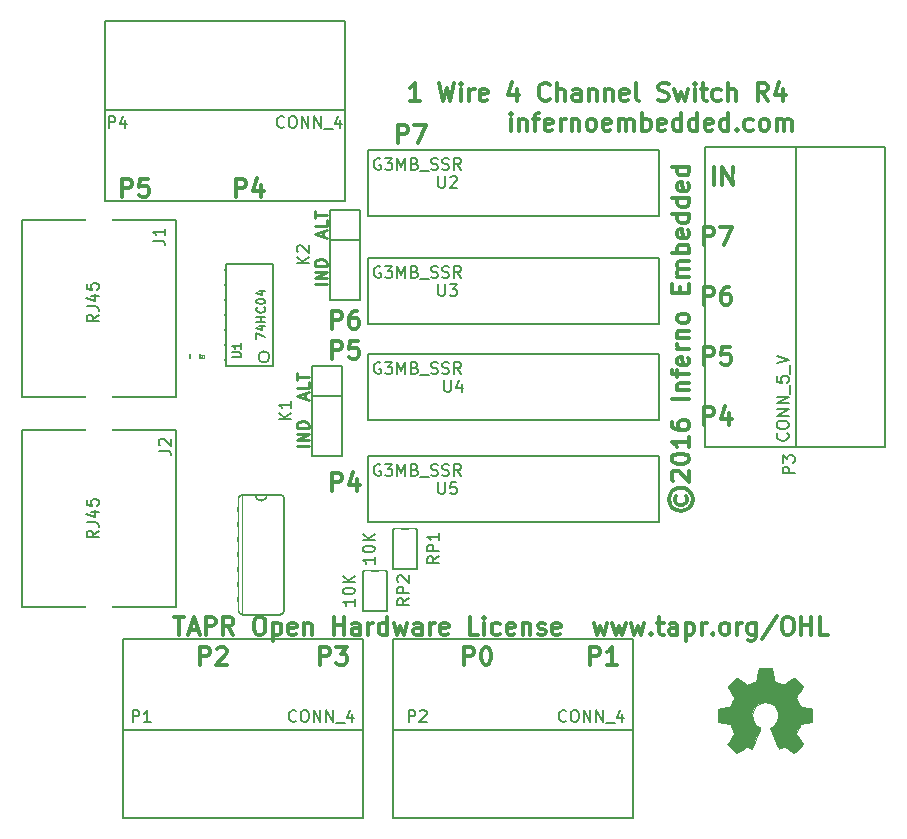
<source format=gto>
G04 #@! TF.FileFunction,Legend,Top*
%FSLAX46Y46*%
G04 Gerber Fmt 4.6, Leading zero omitted, Abs format (unit mm)*
G04 Created by KiCad (PCBNEW 4.0.1-stable) date 8/05/2016 3:47:28 PM*
%MOMM*%
G01*
G04 APERTURE LIST*
%ADD10C,0.150000*%
%ADD11C,0.300000*%
%ADD12C,0.250000*%
%ADD13C,0.066040*%
%ADD14C,0.152400*%
%ADD15C,0.050800*%
%ADD16C,0.127000*%
%ADD17C,0.002540*%
%ADD18C,0.040640*%
%ADD19C,0.149860*%
%ADD20C,2.900000*%
%ADD21R,2.232000X0.860400*%
%ADD22R,0.600000X0.850000*%
%ADD23R,0.600000X0.650000*%
%ADD24R,1.200760X1.099160*%
%ADD25R,1.724000X1.724000*%
%ADD26C,1.724000*%
%ADD27R,1.470000X0.835000*%
%ADD28C,1.750000*%
%ADD29C,1.900000*%
%ADD30C,2.200000*%
%ADD31C,1.350000*%
G04 APERTURE END LIST*
D10*
D11*
X109128858Y-123614571D02*
X109128858Y-122114571D01*
X109700286Y-122114571D01*
X109843144Y-122186000D01*
X109914572Y-122257429D01*
X109986001Y-122400286D01*
X109986001Y-122614571D01*
X109914572Y-122757429D01*
X109843144Y-122828857D01*
X109700286Y-122900286D01*
X109128858Y-122900286D01*
X111343144Y-122114571D02*
X110628858Y-122114571D01*
X110557429Y-122828857D01*
X110628858Y-122757429D01*
X110771715Y-122686000D01*
X111128858Y-122686000D01*
X111271715Y-122757429D01*
X111343144Y-122828857D01*
X111414572Y-122971714D01*
X111414572Y-123328857D01*
X111343144Y-123471714D01*
X111271715Y-123543143D01*
X111128858Y-123614571D01*
X110771715Y-123614571D01*
X110628858Y-123543143D01*
X110557429Y-123471714D01*
D12*
X108656381Y-117300000D02*
X107656381Y-117300000D01*
X108656381Y-116823810D02*
X107656381Y-116823810D01*
X108656381Y-116252381D01*
X107656381Y-116252381D01*
X108656381Y-115776191D02*
X107656381Y-115776191D01*
X107656381Y-115538096D01*
X107704000Y-115395238D01*
X107799238Y-115300000D01*
X107894476Y-115252381D01*
X108084952Y-115204762D01*
X108227810Y-115204762D01*
X108418286Y-115252381D01*
X108513524Y-115300000D01*
X108608762Y-115395238D01*
X108656381Y-115538096D01*
X108656381Y-115776191D01*
X108370667Y-113300000D02*
X108370667Y-112823809D01*
X108656381Y-113395238D02*
X107656381Y-113061905D01*
X108656381Y-112728571D01*
X108656381Y-111919047D02*
X108656381Y-112395238D01*
X107656381Y-112395238D01*
X107656381Y-111728571D02*
X107656381Y-111157142D01*
X108656381Y-111442857D02*
X107656381Y-111442857D01*
D11*
X95765427Y-145482571D02*
X96622570Y-145482571D01*
X96193999Y-146982571D02*
X96193999Y-145482571D01*
X97051141Y-146554000D02*
X97765427Y-146554000D01*
X96908284Y-146982571D02*
X97408284Y-145482571D01*
X97908284Y-146982571D01*
X98408284Y-146982571D02*
X98408284Y-145482571D01*
X98979712Y-145482571D01*
X99122570Y-145554000D01*
X99193998Y-145625429D01*
X99265427Y-145768286D01*
X99265427Y-145982571D01*
X99193998Y-146125429D01*
X99122570Y-146196857D01*
X98979712Y-146268286D01*
X98408284Y-146268286D01*
X100765427Y-146982571D02*
X100265427Y-146268286D01*
X99908284Y-146982571D02*
X99908284Y-145482571D01*
X100479712Y-145482571D01*
X100622570Y-145554000D01*
X100693998Y-145625429D01*
X100765427Y-145768286D01*
X100765427Y-145982571D01*
X100693998Y-146125429D01*
X100622570Y-146196857D01*
X100479712Y-146268286D01*
X99908284Y-146268286D01*
X102836855Y-145482571D02*
X103122569Y-145482571D01*
X103265427Y-145554000D01*
X103408284Y-145696857D01*
X103479712Y-145982571D01*
X103479712Y-146482571D01*
X103408284Y-146768286D01*
X103265427Y-146911143D01*
X103122569Y-146982571D01*
X102836855Y-146982571D01*
X102693998Y-146911143D01*
X102551141Y-146768286D01*
X102479712Y-146482571D01*
X102479712Y-145982571D01*
X102551141Y-145696857D01*
X102693998Y-145554000D01*
X102836855Y-145482571D01*
X104122570Y-145982571D02*
X104122570Y-147482571D01*
X104122570Y-146054000D02*
X104265427Y-145982571D01*
X104551141Y-145982571D01*
X104693998Y-146054000D01*
X104765427Y-146125429D01*
X104836856Y-146268286D01*
X104836856Y-146696857D01*
X104765427Y-146839714D01*
X104693998Y-146911143D01*
X104551141Y-146982571D01*
X104265427Y-146982571D01*
X104122570Y-146911143D01*
X106051141Y-146911143D02*
X105908284Y-146982571D01*
X105622570Y-146982571D01*
X105479713Y-146911143D01*
X105408284Y-146768286D01*
X105408284Y-146196857D01*
X105479713Y-146054000D01*
X105622570Y-145982571D01*
X105908284Y-145982571D01*
X106051141Y-146054000D01*
X106122570Y-146196857D01*
X106122570Y-146339714D01*
X105408284Y-146482571D01*
X106765427Y-145982571D02*
X106765427Y-146982571D01*
X106765427Y-146125429D02*
X106836855Y-146054000D01*
X106979713Y-145982571D01*
X107193998Y-145982571D01*
X107336855Y-146054000D01*
X107408284Y-146196857D01*
X107408284Y-146982571D01*
X109265427Y-146982571D02*
X109265427Y-145482571D01*
X109265427Y-146196857D02*
X110122570Y-146196857D01*
X110122570Y-146982571D02*
X110122570Y-145482571D01*
X111479713Y-146982571D02*
X111479713Y-146196857D01*
X111408284Y-146054000D01*
X111265427Y-145982571D01*
X110979713Y-145982571D01*
X110836856Y-146054000D01*
X111479713Y-146911143D02*
X111336856Y-146982571D01*
X110979713Y-146982571D01*
X110836856Y-146911143D01*
X110765427Y-146768286D01*
X110765427Y-146625429D01*
X110836856Y-146482571D01*
X110979713Y-146411143D01*
X111336856Y-146411143D01*
X111479713Y-146339714D01*
X112193999Y-146982571D02*
X112193999Y-145982571D01*
X112193999Y-146268286D02*
X112265427Y-146125429D01*
X112336856Y-146054000D01*
X112479713Y-145982571D01*
X112622570Y-145982571D01*
X113765427Y-146982571D02*
X113765427Y-145482571D01*
X113765427Y-146911143D02*
X113622570Y-146982571D01*
X113336856Y-146982571D01*
X113193998Y-146911143D01*
X113122570Y-146839714D01*
X113051141Y-146696857D01*
X113051141Y-146268286D01*
X113122570Y-146125429D01*
X113193998Y-146054000D01*
X113336856Y-145982571D01*
X113622570Y-145982571D01*
X113765427Y-146054000D01*
X114336856Y-145982571D02*
X114622570Y-146982571D01*
X114908284Y-146268286D01*
X115193999Y-146982571D01*
X115479713Y-145982571D01*
X116693999Y-146982571D02*
X116693999Y-146196857D01*
X116622570Y-146054000D01*
X116479713Y-145982571D01*
X116193999Y-145982571D01*
X116051142Y-146054000D01*
X116693999Y-146911143D02*
X116551142Y-146982571D01*
X116193999Y-146982571D01*
X116051142Y-146911143D01*
X115979713Y-146768286D01*
X115979713Y-146625429D01*
X116051142Y-146482571D01*
X116193999Y-146411143D01*
X116551142Y-146411143D01*
X116693999Y-146339714D01*
X117408285Y-146982571D02*
X117408285Y-145982571D01*
X117408285Y-146268286D02*
X117479713Y-146125429D01*
X117551142Y-146054000D01*
X117693999Y-145982571D01*
X117836856Y-145982571D01*
X118908284Y-146911143D02*
X118765427Y-146982571D01*
X118479713Y-146982571D01*
X118336856Y-146911143D01*
X118265427Y-146768286D01*
X118265427Y-146196857D01*
X118336856Y-146054000D01*
X118479713Y-145982571D01*
X118765427Y-145982571D01*
X118908284Y-146054000D01*
X118979713Y-146196857D01*
X118979713Y-146339714D01*
X118265427Y-146482571D01*
X121479713Y-146982571D02*
X120765427Y-146982571D01*
X120765427Y-145482571D01*
X121979713Y-146982571D02*
X121979713Y-145982571D01*
X121979713Y-145482571D02*
X121908284Y-145554000D01*
X121979713Y-145625429D01*
X122051141Y-145554000D01*
X121979713Y-145482571D01*
X121979713Y-145625429D01*
X123336856Y-146911143D02*
X123193999Y-146982571D01*
X122908285Y-146982571D01*
X122765427Y-146911143D01*
X122693999Y-146839714D01*
X122622570Y-146696857D01*
X122622570Y-146268286D01*
X122693999Y-146125429D01*
X122765427Y-146054000D01*
X122908285Y-145982571D01*
X123193999Y-145982571D01*
X123336856Y-146054000D01*
X124551141Y-146911143D02*
X124408284Y-146982571D01*
X124122570Y-146982571D01*
X123979713Y-146911143D01*
X123908284Y-146768286D01*
X123908284Y-146196857D01*
X123979713Y-146054000D01*
X124122570Y-145982571D01*
X124408284Y-145982571D01*
X124551141Y-146054000D01*
X124622570Y-146196857D01*
X124622570Y-146339714D01*
X123908284Y-146482571D01*
X125265427Y-145982571D02*
X125265427Y-146982571D01*
X125265427Y-146125429D02*
X125336855Y-146054000D01*
X125479713Y-145982571D01*
X125693998Y-145982571D01*
X125836855Y-146054000D01*
X125908284Y-146196857D01*
X125908284Y-146982571D01*
X126551141Y-146911143D02*
X126693998Y-146982571D01*
X126979713Y-146982571D01*
X127122570Y-146911143D01*
X127193998Y-146768286D01*
X127193998Y-146696857D01*
X127122570Y-146554000D01*
X126979713Y-146482571D01*
X126765427Y-146482571D01*
X126622570Y-146411143D01*
X126551141Y-146268286D01*
X126551141Y-146196857D01*
X126622570Y-146054000D01*
X126765427Y-145982571D01*
X126979713Y-145982571D01*
X127122570Y-146054000D01*
X128408284Y-146911143D02*
X128265427Y-146982571D01*
X127979713Y-146982571D01*
X127836856Y-146911143D01*
X127765427Y-146768286D01*
X127765427Y-146196857D01*
X127836856Y-146054000D01*
X127979713Y-145982571D01*
X128265427Y-145982571D01*
X128408284Y-146054000D01*
X128479713Y-146196857D01*
X128479713Y-146339714D01*
X127765427Y-146482571D01*
X131265427Y-145982571D02*
X131551141Y-146982571D01*
X131836855Y-146268286D01*
X132122570Y-146982571D01*
X132408284Y-145982571D01*
X132836856Y-145982571D02*
X133122570Y-146982571D01*
X133408284Y-146268286D01*
X133693999Y-146982571D01*
X133979713Y-145982571D01*
X134408285Y-145982571D02*
X134693999Y-146982571D01*
X134979713Y-146268286D01*
X135265428Y-146982571D01*
X135551142Y-145982571D01*
X136122571Y-146839714D02*
X136193999Y-146911143D01*
X136122571Y-146982571D01*
X136051142Y-146911143D01*
X136122571Y-146839714D01*
X136122571Y-146982571D01*
X136622571Y-145982571D02*
X137194000Y-145982571D01*
X136836857Y-145482571D02*
X136836857Y-146768286D01*
X136908285Y-146911143D01*
X137051143Y-146982571D01*
X137194000Y-146982571D01*
X138336857Y-146982571D02*
X138336857Y-146196857D01*
X138265428Y-146054000D01*
X138122571Y-145982571D01*
X137836857Y-145982571D01*
X137694000Y-146054000D01*
X138336857Y-146911143D02*
X138194000Y-146982571D01*
X137836857Y-146982571D01*
X137694000Y-146911143D01*
X137622571Y-146768286D01*
X137622571Y-146625429D01*
X137694000Y-146482571D01*
X137836857Y-146411143D01*
X138194000Y-146411143D01*
X138336857Y-146339714D01*
X139051143Y-145982571D02*
X139051143Y-147482571D01*
X139051143Y-146054000D02*
X139194000Y-145982571D01*
X139479714Y-145982571D01*
X139622571Y-146054000D01*
X139694000Y-146125429D01*
X139765429Y-146268286D01*
X139765429Y-146696857D01*
X139694000Y-146839714D01*
X139622571Y-146911143D01*
X139479714Y-146982571D01*
X139194000Y-146982571D01*
X139051143Y-146911143D01*
X140408286Y-146982571D02*
X140408286Y-145982571D01*
X140408286Y-146268286D02*
X140479714Y-146125429D01*
X140551143Y-146054000D01*
X140694000Y-145982571D01*
X140836857Y-145982571D01*
X141336857Y-146839714D02*
X141408285Y-146911143D01*
X141336857Y-146982571D01*
X141265428Y-146911143D01*
X141336857Y-146839714D01*
X141336857Y-146982571D01*
X142265429Y-146982571D02*
X142122571Y-146911143D01*
X142051143Y-146839714D01*
X141979714Y-146696857D01*
X141979714Y-146268286D01*
X142051143Y-146125429D01*
X142122571Y-146054000D01*
X142265429Y-145982571D01*
X142479714Y-145982571D01*
X142622571Y-146054000D01*
X142694000Y-146125429D01*
X142765429Y-146268286D01*
X142765429Y-146696857D01*
X142694000Y-146839714D01*
X142622571Y-146911143D01*
X142479714Y-146982571D01*
X142265429Y-146982571D01*
X143408286Y-146982571D02*
X143408286Y-145982571D01*
X143408286Y-146268286D02*
X143479714Y-146125429D01*
X143551143Y-146054000D01*
X143694000Y-145982571D01*
X143836857Y-145982571D01*
X144979714Y-145982571D02*
X144979714Y-147196857D01*
X144908285Y-147339714D01*
X144836857Y-147411143D01*
X144694000Y-147482571D01*
X144479714Y-147482571D01*
X144336857Y-147411143D01*
X144979714Y-146911143D02*
X144836857Y-146982571D01*
X144551143Y-146982571D01*
X144408285Y-146911143D01*
X144336857Y-146839714D01*
X144265428Y-146696857D01*
X144265428Y-146268286D01*
X144336857Y-146125429D01*
X144408285Y-146054000D01*
X144551143Y-145982571D01*
X144836857Y-145982571D01*
X144979714Y-146054000D01*
X146765428Y-145411143D02*
X145479714Y-147339714D01*
X147551143Y-145482571D02*
X147836857Y-145482571D01*
X147979715Y-145554000D01*
X148122572Y-145696857D01*
X148194000Y-145982571D01*
X148194000Y-146482571D01*
X148122572Y-146768286D01*
X147979715Y-146911143D01*
X147836857Y-146982571D01*
X147551143Y-146982571D01*
X147408286Y-146911143D01*
X147265429Y-146768286D01*
X147194000Y-146482571D01*
X147194000Y-145982571D01*
X147265429Y-145696857D01*
X147408286Y-145554000D01*
X147551143Y-145482571D01*
X148836858Y-146982571D02*
X148836858Y-145482571D01*
X148836858Y-146196857D02*
X149694001Y-146196857D01*
X149694001Y-146982571D02*
X149694001Y-145482571D01*
X151122573Y-146982571D02*
X150408287Y-146982571D01*
X150408287Y-145482571D01*
X140624858Y-129202571D02*
X140624858Y-127702571D01*
X141196286Y-127702571D01*
X141339144Y-127774000D01*
X141410572Y-127845429D01*
X141482001Y-127988286D01*
X141482001Y-128202571D01*
X141410572Y-128345429D01*
X141339144Y-128416857D01*
X141196286Y-128488286D01*
X140624858Y-128488286D01*
X142767715Y-128202571D02*
X142767715Y-129202571D01*
X142410572Y-127631143D02*
X142053429Y-128702571D01*
X142982001Y-128702571D01*
X140624858Y-124122571D02*
X140624858Y-122622571D01*
X141196286Y-122622571D01*
X141339144Y-122694000D01*
X141410572Y-122765429D01*
X141482001Y-122908286D01*
X141482001Y-123122571D01*
X141410572Y-123265429D01*
X141339144Y-123336857D01*
X141196286Y-123408286D01*
X140624858Y-123408286D01*
X142839144Y-122622571D02*
X142124858Y-122622571D01*
X142053429Y-123336857D01*
X142124858Y-123265429D01*
X142267715Y-123194000D01*
X142624858Y-123194000D01*
X142767715Y-123265429D01*
X142839144Y-123336857D01*
X142910572Y-123479714D01*
X142910572Y-123836857D01*
X142839144Y-123979714D01*
X142767715Y-124051143D01*
X142624858Y-124122571D01*
X142267715Y-124122571D01*
X142124858Y-124051143D01*
X142053429Y-123979714D01*
X140624858Y-119042571D02*
X140624858Y-117542571D01*
X141196286Y-117542571D01*
X141339144Y-117614000D01*
X141410572Y-117685429D01*
X141482001Y-117828286D01*
X141482001Y-118042571D01*
X141410572Y-118185429D01*
X141339144Y-118256857D01*
X141196286Y-118328286D01*
X140624858Y-118328286D01*
X142767715Y-117542571D02*
X142482001Y-117542571D01*
X142339144Y-117614000D01*
X142267715Y-117685429D01*
X142124858Y-117899714D01*
X142053429Y-118185429D01*
X142053429Y-118756857D01*
X142124858Y-118899714D01*
X142196286Y-118971143D01*
X142339144Y-119042571D01*
X142624858Y-119042571D01*
X142767715Y-118971143D01*
X142839144Y-118899714D01*
X142910572Y-118756857D01*
X142910572Y-118399714D01*
X142839144Y-118256857D01*
X142767715Y-118185429D01*
X142624858Y-118114000D01*
X142339144Y-118114000D01*
X142196286Y-118185429D01*
X142124858Y-118256857D01*
X142053429Y-118399714D01*
X140624858Y-113962571D02*
X140624858Y-112462571D01*
X141196286Y-112462571D01*
X141339144Y-112534000D01*
X141410572Y-112605429D01*
X141482001Y-112748286D01*
X141482001Y-112962571D01*
X141410572Y-113105429D01*
X141339144Y-113176857D01*
X141196286Y-113248286D01*
X140624858Y-113248286D01*
X141982001Y-112462571D02*
X142982001Y-112462571D01*
X142339144Y-113962571D01*
X141454286Y-108882571D02*
X141454286Y-107382571D01*
X142168572Y-108882571D02*
X142168572Y-107382571D01*
X143025715Y-108882571D01*
X143025715Y-107382571D01*
X109128858Y-134790571D02*
X109128858Y-133290571D01*
X109700286Y-133290571D01*
X109843144Y-133362000D01*
X109914572Y-133433429D01*
X109986001Y-133576286D01*
X109986001Y-133790571D01*
X109914572Y-133933429D01*
X109843144Y-134004857D01*
X109700286Y-134076286D01*
X109128858Y-134076286D01*
X111271715Y-133790571D02*
X111271715Y-134790571D01*
X110914572Y-133219143D02*
X110557429Y-134290571D01*
X111486001Y-134290571D01*
X109128858Y-121074571D02*
X109128858Y-119574571D01*
X109700286Y-119574571D01*
X109843144Y-119646000D01*
X109914572Y-119717429D01*
X109986001Y-119860286D01*
X109986001Y-120074571D01*
X109914572Y-120217429D01*
X109843144Y-120288857D01*
X109700286Y-120360286D01*
X109128858Y-120360286D01*
X111271715Y-119574571D02*
X110986001Y-119574571D01*
X110843144Y-119646000D01*
X110771715Y-119717429D01*
X110628858Y-119931714D01*
X110557429Y-120217429D01*
X110557429Y-120788857D01*
X110628858Y-120931714D01*
X110700286Y-121003143D01*
X110843144Y-121074571D01*
X111128858Y-121074571D01*
X111271715Y-121003143D01*
X111343144Y-120931714D01*
X111414572Y-120788857D01*
X111414572Y-120431714D01*
X111343144Y-120288857D01*
X111271715Y-120217429D01*
X111128858Y-120146000D01*
X110843144Y-120146000D01*
X110700286Y-120217429D01*
X110628858Y-120288857D01*
X110557429Y-120431714D01*
X114716858Y-105326571D02*
X114716858Y-103826571D01*
X115288286Y-103826571D01*
X115431144Y-103898000D01*
X115502572Y-103969429D01*
X115574001Y-104112286D01*
X115574001Y-104326571D01*
X115502572Y-104469429D01*
X115431144Y-104540857D01*
X115288286Y-104612286D01*
X114716858Y-104612286D01*
X116074001Y-103826571D02*
X117074001Y-103826571D01*
X116431144Y-105326571D01*
X91348858Y-109898571D02*
X91348858Y-108398571D01*
X91920286Y-108398571D01*
X92063144Y-108470000D01*
X92134572Y-108541429D01*
X92206001Y-108684286D01*
X92206001Y-108898571D01*
X92134572Y-109041429D01*
X92063144Y-109112857D01*
X91920286Y-109184286D01*
X91348858Y-109184286D01*
X93563144Y-108398571D02*
X92848858Y-108398571D01*
X92777429Y-109112857D01*
X92848858Y-109041429D01*
X92991715Y-108970000D01*
X93348858Y-108970000D01*
X93491715Y-109041429D01*
X93563144Y-109112857D01*
X93634572Y-109255714D01*
X93634572Y-109612857D01*
X93563144Y-109755714D01*
X93491715Y-109827143D01*
X93348858Y-109898571D01*
X92991715Y-109898571D01*
X92848858Y-109827143D01*
X92777429Y-109755714D01*
X101000858Y-109898571D02*
X101000858Y-108398571D01*
X101572286Y-108398571D01*
X101715144Y-108470000D01*
X101786572Y-108541429D01*
X101858001Y-108684286D01*
X101858001Y-108898571D01*
X101786572Y-109041429D01*
X101715144Y-109112857D01*
X101572286Y-109184286D01*
X101000858Y-109184286D01*
X103143715Y-108898571D02*
X103143715Y-109898571D01*
X102786572Y-108327143D02*
X102429429Y-109398571D01*
X103358001Y-109398571D01*
X120304858Y-149522571D02*
X120304858Y-148022571D01*
X120876286Y-148022571D01*
X121019144Y-148094000D01*
X121090572Y-148165429D01*
X121162001Y-148308286D01*
X121162001Y-148522571D01*
X121090572Y-148665429D01*
X121019144Y-148736857D01*
X120876286Y-148808286D01*
X120304858Y-148808286D01*
X122090572Y-148022571D02*
X122233429Y-148022571D01*
X122376286Y-148094000D01*
X122447715Y-148165429D01*
X122519144Y-148308286D01*
X122590572Y-148594000D01*
X122590572Y-148951143D01*
X122519144Y-149236857D01*
X122447715Y-149379714D01*
X122376286Y-149451143D01*
X122233429Y-149522571D01*
X122090572Y-149522571D01*
X121947715Y-149451143D01*
X121876286Y-149379714D01*
X121804858Y-149236857D01*
X121733429Y-148951143D01*
X121733429Y-148594000D01*
X121804858Y-148308286D01*
X121876286Y-148165429D01*
X121947715Y-148094000D01*
X122090572Y-148022571D01*
X130972858Y-149522571D02*
X130972858Y-148022571D01*
X131544286Y-148022571D01*
X131687144Y-148094000D01*
X131758572Y-148165429D01*
X131830001Y-148308286D01*
X131830001Y-148522571D01*
X131758572Y-148665429D01*
X131687144Y-148736857D01*
X131544286Y-148808286D01*
X130972858Y-148808286D01*
X133258572Y-149522571D02*
X132401429Y-149522571D01*
X132830001Y-149522571D02*
X132830001Y-148022571D01*
X132687144Y-148236857D01*
X132544286Y-148379714D01*
X132401429Y-148451143D01*
X97952858Y-149522571D02*
X97952858Y-148022571D01*
X98524286Y-148022571D01*
X98667144Y-148094000D01*
X98738572Y-148165429D01*
X98810001Y-148308286D01*
X98810001Y-148522571D01*
X98738572Y-148665429D01*
X98667144Y-148736857D01*
X98524286Y-148808286D01*
X97952858Y-148808286D01*
X99381429Y-148165429D02*
X99452858Y-148094000D01*
X99595715Y-148022571D01*
X99952858Y-148022571D01*
X100095715Y-148094000D01*
X100167144Y-148165429D01*
X100238572Y-148308286D01*
X100238572Y-148451143D01*
X100167144Y-148665429D01*
X99310001Y-149522571D01*
X100238572Y-149522571D01*
X108112858Y-149522571D02*
X108112858Y-148022571D01*
X108684286Y-148022571D01*
X108827144Y-148094000D01*
X108898572Y-148165429D01*
X108970001Y-148308286D01*
X108970001Y-148522571D01*
X108898572Y-148665429D01*
X108827144Y-148736857D01*
X108684286Y-148808286D01*
X108112858Y-148808286D01*
X109470001Y-148022571D02*
X110398572Y-148022571D01*
X109898572Y-148594000D01*
X110112858Y-148594000D01*
X110255715Y-148665429D01*
X110327144Y-148736857D01*
X110398572Y-148879714D01*
X110398572Y-149236857D01*
X110327144Y-149379714D01*
X110255715Y-149451143D01*
X110112858Y-149522571D01*
X109684286Y-149522571D01*
X109541429Y-149451143D01*
X109470001Y-149379714D01*
X124251143Y-104310571D02*
X124251143Y-103310571D01*
X124251143Y-102810571D02*
X124179714Y-102882000D01*
X124251143Y-102953429D01*
X124322571Y-102882000D01*
X124251143Y-102810571D01*
X124251143Y-102953429D01*
X124965429Y-103310571D02*
X124965429Y-104310571D01*
X124965429Y-103453429D02*
X125036857Y-103382000D01*
X125179715Y-103310571D01*
X125394000Y-103310571D01*
X125536857Y-103382000D01*
X125608286Y-103524857D01*
X125608286Y-104310571D01*
X126108286Y-103310571D02*
X126679715Y-103310571D01*
X126322572Y-104310571D02*
X126322572Y-103024857D01*
X126394000Y-102882000D01*
X126536858Y-102810571D01*
X126679715Y-102810571D01*
X127751143Y-104239143D02*
X127608286Y-104310571D01*
X127322572Y-104310571D01*
X127179715Y-104239143D01*
X127108286Y-104096286D01*
X127108286Y-103524857D01*
X127179715Y-103382000D01*
X127322572Y-103310571D01*
X127608286Y-103310571D01*
X127751143Y-103382000D01*
X127822572Y-103524857D01*
X127822572Y-103667714D01*
X127108286Y-103810571D01*
X128465429Y-104310571D02*
X128465429Y-103310571D01*
X128465429Y-103596286D02*
X128536857Y-103453429D01*
X128608286Y-103382000D01*
X128751143Y-103310571D01*
X128894000Y-103310571D01*
X129394000Y-103310571D02*
X129394000Y-104310571D01*
X129394000Y-103453429D02*
X129465428Y-103382000D01*
X129608286Y-103310571D01*
X129822571Y-103310571D01*
X129965428Y-103382000D01*
X130036857Y-103524857D01*
X130036857Y-104310571D01*
X130965429Y-104310571D02*
X130822571Y-104239143D01*
X130751143Y-104167714D01*
X130679714Y-104024857D01*
X130679714Y-103596286D01*
X130751143Y-103453429D01*
X130822571Y-103382000D01*
X130965429Y-103310571D01*
X131179714Y-103310571D01*
X131322571Y-103382000D01*
X131394000Y-103453429D01*
X131465429Y-103596286D01*
X131465429Y-104024857D01*
X131394000Y-104167714D01*
X131322571Y-104239143D01*
X131179714Y-104310571D01*
X130965429Y-104310571D01*
X132679714Y-104239143D02*
X132536857Y-104310571D01*
X132251143Y-104310571D01*
X132108286Y-104239143D01*
X132036857Y-104096286D01*
X132036857Y-103524857D01*
X132108286Y-103382000D01*
X132251143Y-103310571D01*
X132536857Y-103310571D01*
X132679714Y-103382000D01*
X132751143Y-103524857D01*
X132751143Y-103667714D01*
X132036857Y-103810571D01*
X133394000Y-104310571D02*
X133394000Y-103310571D01*
X133394000Y-103453429D02*
X133465428Y-103382000D01*
X133608286Y-103310571D01*
X133822571Y-103310571D01*
X133965428Y-103382000D01*
X134036857Y-103524857D01*
X134036857Y-104310571D01*
X134036857Y-103524857D02*
X134108286Y-103382000D01*
X134251143Y-103310571D01*
X134465428Y-103310571D01*
X134608286Y-103382000D01*
X134679714Y-103524857D01*
X134679714Y-104310571D01*
X135394000Y-104310571D02*
X135394000Y-102810571D01*
X135394000Y-103382000D02*
X135536857Y-103310571D01*
X135822571Y-103310571D01*
X135965428Y-103382000D01*
X136036857Y-103453429D01*
X136108286Y-103596286D01*
X136108286Y-104024857D01*
X136036857Y-104167714D01*
X135965428Y-104239143D01*
X135822571Y-104310571D01*
X135536857Y-104310571D01*
X135394000Y-104239143D01*
X137322571Y-104239143D02*
X137179714Y-104310571D01*
X136894000Y-104310571D01*
X136751143Y-104239143D01*
X136679714Y-104096286D01*
X136679714Y-103524857D01*
X136751143Y-103382000D01*
X136894000Y-103310571D01*
X137179714Y-103310571D01*
X137322571Y-103382000D01*
X137394000Y-103524857D01*
X137394000Y-103667714D01*
X136679714Y-103810571D01*
X138679714Y-104310571D02*
X138679714Y-102810571D01*
X138679714Y-104239143D02*
X138536857Y-104310571D01*
X138251143Y-104310571D01*
X138108285Y-104239143D01*
X138036857Y-104167714D01*
X137965428Y-104024857D01*
X137965428Y-103596286D01*
X138036857Y-103453429D01*
X138108285Y-103382000D01*
X138251143Y-103310571D01*
X138536857Y-103310571D01*
X138679714Y-103382000D01*
X140036857Y-104310571D02*
X140036857Y-102810571D01*
X140036857Y-104239143D02*
X139894000Y-104310571D01*
X139608286Y-104310571D01*
X139465428Y-104239143D01*
X139394000Y-104167714D01*
X139322571Y-104024857D01*
X139322571Y-103596286D01*
X139394000Y-103453429D01*
X139465428Y-103382000D01*
X139608286Y-103310571D01*
X139894000Y-103310571D01*
X140036857Y-103382000D01*
X141322571Y-104239143D02*
X141179714Y-104310571D01*
X140894000Y-104310571D01*
X140751143Y-104239143D01*
X140679714Y-104096286D01*
X140679714Y-103524857D01*
X140751143Y-103382000D01*
X140894000Y-103310571D01*
X141179714Y-103310571D01*
X141322571Y-103382000D01*
X141394000Y-103524857D01*
X141394000Y-103667714D01*
X140679714Y-103810571D01*
X142679714Y-104310571D02*
X142679714Y-102810571D01*
X142679714Y-104239143D02*
X142536857Y-104310571D01*
X142251143Y-104310571D01*
X142108285Y-104239143D01*
X142036857Y-104167714D01*
X141965428Y-104024857D01*
X141965428Y-103596286D01*
X142036857Y-103453429D01*
X142108285Y-103382000D01*
X142251143Y-103310571D01*
X142536857Y-103310571D01*
X142679714Y-103382000D01*
X143394000Y-104167714D02*
X143465428Y-104239143D01*
X143394000Y-104310571D01*
X143322571Y-104239143D01*
X143394000Y-104167714D01*
X143394000Y-104310571D01*
X144751143Y-104239143D02*
X144608286Y-104310571D01*
X144322572Y-104310571D01*
X144179714Y-104239143D01*
X144108286Y-104167714D01*
X144036857Y-104024857D01*
X144036857Y-103596286D01*
X144108286Y-103453429D01*
X144179714Y-103382000D01*
X144322572Y-103310571D01*
X144608286Y-103310571D01*
X144751143Y-103382000D01*
X145608286Y-104310571D02*
X145465428Y-104239143D01*
X145394000Y-104167714D01*
X145322571Y-104024857D01*
X145322571Y-103596286D01*
X145394000Y-103453429D01*
X145465428Y-103382000D01*
X145608286Y-103310571D01*
X145822571Y-103310571D01*
X145965428Y-103382000D01*
X146036857Y-103453429D01*
X146108286Y-103596286D01*
X146108286Y-104024857D01*
X146036857Y-104167714D01*
X145965428Y-104239143D01*
X145822571Y-104310571D01*
X145608286Y-104310571D01*
X146751143Y-104310571D02*
X146751143Y-103310571D01*
X146751143Y-103453429D02*
X146822571Y-103382000D01*
X146965429Y-103310571D01*
X147179714Y-103310571D01*
X147322571Y-103382000D01*
X147394000Y-103524857D01*
X147394000Y-104310571D01*
X147394000Y-103524857D02*
X147465429Y-103382000D01*
X147608286Y-103310571D01*
X147822571Y-103310571D01*
X147965429Y-103382000D01*
X148036857Y-103524857D01*
X148036857Y-104310571D01*
X138219714Y-135241427D02*
X138148286Y-135384285D01*
X138148286Y-135669999D01*
X138219714Y-135812856D01*
X138362571Y-135955713D01*
X138505429Y-136027142D01*
X138791143Y-136027142D01*
X138934000Y-135955713D01*
X139076857Y-135812856D01*
X139148286Y-135669999D01*
X139148286Y-135384285D01*
X139076857Y-135241427D01*
X137648286Y-135527142D02*
X137719714Y-135884285D01*
X137934000Y-136241427D01*
X138291143Y-136455713D01*
X138648286Y-136527142D01*
X139005429Y-136455713D01*
X139362571Y-136241427D01*
X139576857Y-135884285D01*
X139648286Y-135527142D01*
X139576857Y-135169999D01*
X139362571Y-134812856D01*
X139005429Y-134598570D01*
X138648286Y-134527142D01*
X138291143Y-134598570D01*
X137934000Y-134812856D01*
X137719714Y-135169999D01*
X137648286Y-135527142D01*
X138005429Y-133955713D02*
X137934000Y-133884284D01*
X137862571Y-133741427D01*
X137862571Y-133384284D01*
X137934000Y-133241427D01*
X138005429Y-133169998D01*
X138148286Y-133098570D01*
X138291143Y-133098570D01*
X138505429Y-133169998D01*
X139362571Y-134027141D01*
X139362571Y-133098570D01*
X137862571Y-132169999D02*
X137862571Y-132027142D01*
X137934000Y-131884285D01*
X138005429Y-131812856D01*
X138148286Y-131741427D01*
X138434000Y-131669999D01*
X138791143Y-131669999D01*
X139076857Y-131741427D01*
X139219714Y-131812856D01*
X139291143Y-131884285D01*
X139362571Y-132027142D01*
X139362571Y-132169999D01*
X139291143Y-132312856D01*
X139219714Y-132384285D01*
X139076857Y-132455713D01*
X138791143Y-132527142D01*
X138434000Y-132527142D01*
X138148286Y-132455713D01*
X138005429Y-132384285D01*
X137934000Y-132312856D01*
X137862571Y-132169999D01*
X139362571Y-130241428D02*
X139362571Y-131098571D01*
X139362571Y-130669999D02*
X137862571Y-130669999D01*
X138076857Y-130812856D01*
X138219714Y-130955714D01*
X138291143Y-131098571D01*
X137862571Y-128955714D02*
X137862571Y-129241428D01*
X137934000Y-129384285D01*
X138005429Y-129455714D01*
X138219714Y-129598571D01*
X138505429Y-129670000D01*
X139076857Y-129670000D01*
X139219714Y-129598571D01*
X139291143Y-129527143D01*
X139362571Y-129384285D01*
X139362571Y-129098571D01*
X139291143Y-128955714D01*
X139219714Y-128884285D01*
X139076857Y-128812857D01*
X138719714Y-128812857D01*
X138576857Y-128884285D01*
X138505429Y-128955714D01*
X138434000Y-129098571D01*
X138434000Y-129384285D01*
X138505429Y-129527143D01*
X138576857Y-129598571D01*
X138719714Y-129670000D01*
X139362571Y-127027143D02*
X137862571Y-127027143D01*
X138362571Y-126312857D02*
X139362571Y-126312857D01*
X138505429Y-126312857D02*
X138434000Y-126241429D01*
X138362571Y-126098571D01*
X138362571Y-125884286D01*
X138434000Y-125741429D01*
X138576857Y-125670000D01*
X139362571Y-125670000D01*
X138362571Y-125170000D02*
X138362571Y-124598571D01*
X139362571Y-124955714D02*
X138076857Y-124955714D01*
X137934000Y-124884286D01*
X137862571Y-124741428D01*
X137862571Y-124598571D01*
X139291143Y-123527143D02*
X139362571Y-123670000D01*
X139362571Y-123955714D01*
X139291143Y-124098571D01*
X139148286Y-124170000D01*
X138576857Y-124170000D01*
X138434000Y-124098571D01*
X138362571Y-123955714D01*
X138362571Y-123670000D01*
X138434000Y-123527143D01*
X138576857Y-123455714D01*
X138719714Y-123455714D01*
X138862571Y-124170000D01*
X139362571Y-122812857D02*
X138362571Y-122812857D01*
X138648286Y-122812857D02*
X138505429Y-122741429D01*
X138434000Y-122670000D01*
X138362571Y-122527143D01*
X138362571Y-122384286D01*
X138362571Y-121884286D02*
X139362571Y-121884286D01*
X138505429Y-121884286D02*
X138434000Y-121812858D01*
X138362571Y-121670000D01*
X138362571Y-121455715D01*
X138434000Y-121312858D01*
X138576857Y-121241429D01*
X139362571Y-121241429D01*
X139362571Y-120312857D02*
X139291143Y-120455715D01*
X139219714Y-120527143D01*
X139076857Y-120598572D01*
X138648286Y-120598572D01*
X138505429Y-120527143D01*
X138434000Y-120455715D01*
X138362571Y-120312857D01*
X138362571Y-120098572D01*
X138434000Y-119955715D01*
X138505429Y-119884286D01*
X138648286Y-119812857D01*
X139076857Y-119812857D01*
X139219714Y-119884286D01*
X139291143Y-119955715D01*
X139362571Y-120098572D01*
X139362571Y-120312857D01*
X138576857Y-118027143D02*
X138576857Y-117527143D01*
X139362571Y-117312857D02*
X139362571Y-118027143D01*
X137862571Y-118027143D01*
X137862571Y-117312857D01*
X139362571Y-116670000D02*
X138362571Y-116670000D01*
X138505429Y-116670000D02*
X138434000Y-116598572D01*
X138362571Y-116455714D01*
X138362571Y-116241429D01*
X138434000Y-116098572D01*
X138576857Y-116027143D01*
X139362571Y-116027143D01*
X138576857Y-116027143D02*
X138434000Y-115955714D01*
X138362571Y-115812857D01*
X138362571Y-115598572D01*
X138434000Y-115455714D01*
X138576857Y-115384286D01*
X139362571Y-115384286D01*
X139362571Y-114670000D02*
X137862571Y-114670000D01*
X138434000Y-114670000D02*
X138362571Y-114527143D01*
X138362571Y-114241429D01*
X138434000Y-114098572D01*
X138505429Y-114027143D01*
X138648286Y-113955714D01*
X139076857Y-113955714D01*
X139219714Y-114027143D01*
X139291143Y-114098572D01*
X139362571Y-114241429D01*
X139362571Y-114527143D01*
X139291143Y-114670000D01*
X139291143Y-112741429D02*
X139362571Y-112884286D01*
X139362571Y-113170000D01*
X139291143Y-113312857D01*
X139148286Y-113384286D01*
X138576857Y-113384286D01*
X138434000Y-113312857D01*
X138362571Y-113170000D01*
X138362571Y-112884286D01*
X138434000Y-112741429D01*
X138576857Y-112670000D01*
X138719714Y-112670000D01*
X138862571Y-113384286D01*
X139362571Y-111384286D02*
X137862571Y-111384286D01*
X139291143Y-111384286D02*
X139362571Y-111527143D01*
X139362571Y-111812857D01*
X139291143Y-111955715D01*
X139219714Y-112027143D01*
X139076857Y-112098572D01*
X138648286Y-112098572D01*
X138505429Y-112027143D01*
X138434000Y-111955715D01*
X138362571Y-111812857D01*
X138362571Y-111527143D01*
X138434000Y-111384286D01*
X139362571Y-110027143D02*
X137862571Y-110027143D01*
X139291143Y-110027143D02*
X139362571Y-110170000D01*
X139362571Y-110455714D01*
X139291143Y-110598572D01*
X139219714Y-110670000D01*
X139076857Y-110741429D01*
X138648286Y-110741429D01*
X138505429Y-110670000D01*
X138434000Y-110598572D01*
X138362571Y-110455714D01*
X138362571Y-110170000D01*
X138434000Y-110027143D01*
X139291143Y-108741429D02*
X139362571Y-108884286D01*
X139362571Y-109170000D01*
X139291143Y-109312857D01*
X139148286Y-109384286D01*
X138576857Y-109384286D01*
X138434000Y-109312857D01*
X138362571Y-109170000D01*
X138362571Y-108884286D01*
X138434000Y-108741429D01*
X138576857Y-108670000D01*
X138719714Y-108670000D01*
X138862571Y-109384286D01*
X139362571Y-107384286D02*
X137862571Y-107384286D01*
X139291143Y-107384286D02*
X139362571Y-107527143D01*
X139362571Y-107812857D01*
X139291143Y-107955715D01*
X139219714Y-108027143D01*
X139076857Y-108098572D01*
X138648286Y-108098572D01*
X138505429Y-108027143D01*
X138434000Y-107955715D01*
X138362571Y-107812857D01*
X138362571Y-107527143D01*
X138434000Y-107384286D01*
X116536287Y-101770571D02*
X115679144Y-101770571D01*
X116107716Y-101770571D02*
X116107716Y-100270571D01*
X115964859Y-100484857D01*
X115822001Y-100627714D01*
X115679144Y-100699143D01*
X118179144Y-100270571D02*
X118536287Y-101770571D01*
X118822001Y-100699143D01*
X119107715Y-101770571D01*
X119464858Y-100270571D01*
X120036287Y-101770571D02*
X120036287Y-100770571D01*
X120036287Y-100270571D02*
X119964858Y-100342000D01*
X120036287Y-100413429D01*
X120107715Y-100342000D01*
X120036287Y-100270571D01*
X120036287Y-100413429D01*
X120750573Y-101770571D02*
X120750573Y-100770571D01*
X120750573Y-101056286D02*
X120822001Y-100913429D01*
X120893430Y-100842000D01*
X121036287Y-100770571D01*
X121179144Y-100770571D01*
X122250572Y-101699143D02*
X122107715Y-101770571D01*
X121822001Y-101770571D01*
X121679144Y-101699143D01*
X121607715Y-101556286D01*
X121607715Y-100984857D01*
X121679144Y-100842000D01*
X121822001Y-100770571D01*
X122107715Y-100770571D01*
X122250572Y-100842000D01*
X122322001Y-100984857D01*
X122322001Y-101127714D01*
X121607715Y-101270571D01*
X124750572Y-100770571D02*
X124750572Y-101770571D01*
X124393429Y-100199143D02*
X124036286Y-101270571D01*
X124964858Y-101270571D01*
X127536286Y-101627714D02*
X127464857Y-101699143D01*
X127250571Y-101770571D01*
X127107714Y-101770571D01*
X126893429Y-101699143D01*
X126750571Y-101556286D01*
X126679143Y-101413429D01*
X126607714Y-101127714D01*
X126607714Y-100913429D01*
X126679143Y-100627714D01*
X126750571Y-100484857D01*
X126893429Y-100342000D01*
X127107714Y-100270571D01*
X127250571Y-100270571D01*
X127464857Y-100342000D01*
X127536286Y-100413429D01*
X128179143Y-101770571D02*
X128179143Y-100270571D01*
X128822000Y-101770571D02*
X128822000Y-100984857D01*
X128750571Y-100842000D01*
X128607714Y-100770571D01*
X128393429Y-100770571D01*
X128250571Y-100842000D01*
X128179143Y-100913429D01*
X130179143Y-101770571D02*
X130179143Y-100984857D01*
X130107714Y-100842000D01*
X129964857Y-100770571D01*
X129679143Y-100770571D01*
X129536286Y-100842000D01*
X130179143Y-101699143D02*
X130036286Y-101770571D01*
X129679143Y-101770571D01*
X129536286Y-101699143D01*
X129464857Y-101556286D01*
X129464857Y-101413429D01*
X129536286Y-101270571D01*
X129679143Y-101199143D01*
X130036286Y-101199143D01*
X130179143Y-101127714D01*
X130893429Y-100770571D02*
X130893429Y-101770571D01*
X130893429Y-100913429D02*
X130964857Y-100842000D01*
X131107715Y-100770571D01*
X131322000Y-100770571D01*
X131464857Y-100842000D01*
X131536286Y-100984857D01*
X131536286Y-101770571D01*
X132250572Y-100770571D02*
X132250572Y-101770571D01*
X132250572Y-100913429D02*
X132322000Y-100842000D01*
X132464858Y-100770571D01*
X132679143Y-100770571D01*
X132822000Y-100842000D01*
X132893429Y-100984857D01*
X132893429Y-101770571D01*
X134179143Y-101699143D02*
X134036286Y-101770571D01*
X133750572Y-101770571D01*
X133607715Y-101699143D01*
X133536286Y-101556286D01*
X133536286Y-100984857D01*
X133607715Y-100842000D01*
X133750572Y-100770571D01*
X134036286Y-100770571D01*
X134179143Y-100842000D01*
X134250572Y-100984857D01*
X134250572Y-101127714D01*
X133536286Y-101270571D01*
X135107715Y-101770571D02*
X134964857Y-101699143D01*
X134893429Y-101556286D01*
X134893429Y-100270571D01*
X136750571Y-101699143D02*
X136964857Y-101770571D01*
X137322000Y-101770571D01*
X137464857Y-101699143D01*
X137536286Y-101627714D01*
X137607714Y-101484857D01*
X137607714Y-101342000D01*
X137536286Y-101199143D01*
X137464857Y-101127714D01*
X137322000Y-101056286D01*
X137036286Y-100984857D01*
X136893428Y-100913429D01*
X136822000Y-100842000D01*
X136750571Y-100699143D01*
X136750571Y-100556286D01*
X136822000Y-100413429D01*
X136893428Y-100342000D01*
X137036286Y-100270571D01*
X137393428Y-100270571D01*
X137607714Y-100342000D01*
X138107714Y-100770571D02*
X138393428Y-101770571D01*
X138679142Y-101056286D01*
X138964857Y-101770571D01*
X139250571Y-100770571D01*
X139822000Y-101770571D02*
X139822000Y-100770571D01*
X139822000Y-100270571D02*
X139750571Y-100342000D01*
X139822000Y-100413429D01*
X139893428Y-100342000D01*
X139822000Y-100270571D01*
X139822000Y-100413429D01*
X140322000Y-100770571D02*
X140893429Y-100770571D01*
X140536286Y-100270571D02*
X140536286Y-101556286D01*
X140607714Y-101699143D01*
X140750572Y-101770571D01*
X140893429Y-101770571D01*
X142036286Y-101699143D02*
X141893429Y-101770571D01*
X141607715Y-101770571D01*
X141464857Y-101699143D01*
X141393429Y-101627714D01*
X141322000Y-101484857D01*
X141322000Y-101056286D01*
X141393429Y-100913429D01*
X141464857Y-100842000D01*
X141607715Y-100770571D01*
X141893429Y-100770571D01*
X142036286Y-100842000D01*
X142679143Y-101770571D02*
X142679143Y-100270571D01*
X143322000Y-101770571D02*
X143322000Y-100984857D01*
X143250571Y-100842000D01*
X143107714Y-100770571D01*
X142893429Y-100770571D01*
X142750571Y-100842000D01*
X142679143Y-100913429D01*
X146036286Y-101770571D02*
X145536286Y-101056286D01*
X145179143Y-101770571D02*
X145179143Y-100270571D01*
X145750571Y-100270571D01*
X145893429Y-100342000D01*
X145964857Y-100413429D01*
X146036286Y-100556286D01*
X146036286Y-100770571D01*
X145964857Y-100913429D01*
X145893429Y-100984857D01*
X145750571Y-101056286D01*
X145179143Y-101056286D01*
X147322000Y-100770571D02*
X147322000Y-101770571D01*
X146964857Y-100199143D02*
X146607714Y-101270571D01*
X147536286Y-101270571D01*
D12*
X107132381Y-131016000D02*
X106132381Y-131016000D01*
X107132381Y-130539810D02*
X106132381Y-130539810D01*
X107132381Y-129968381D01*
X106132381Y-129968381D01*
X107132381Y-129492191D02*
X106132381Y-129492191D01*
X106132381Y-129254096D01*
X106180000Y-129111238D01*
X106275238Y-129016000D01*
X106370476Y-128968381D01*
X106560952Y-128920762D01*
X106703810Y-128920762D01*
X106894286Y-128968381D01*
X106989524Y-129016000D01*
X107084762Y-129111238D01*
X107132381Y-129254096D01*
X107132381Y-129492191D01*
X106846667Y-127016000D02*
X106846667Y-126539809D01*
X107132381Y-127111238D02*
X106132381Y-126777905D01*
X107132381Y-126444571D01*
X107132381Y-125635047D02*
X107132381Y-126111238D01*
X106132381Y-126111238D01*
X106132381Y-125444571D02*
X106132381Y-124873142D01*
X107132381Y-125158857D02*
X106132381Y-125158857D01*
D10*
X148416000Y-105664000D02*
X155916000Y-105664000D01*
X155916000Y-105664000D02*
X155916000Y-131064000D01*
X155916000Y-131064000D02*
X148416000Y-131064000D01*
X140716000Y-105664000D02*
X140716000Y-131064000D01*
X140716000Y-131064000D02*
X148416000Y-131064000D01*
X148416000Y-131064000D02*
X148416000Y-105664000D01*
X148416000Y-105664000D02*
X140716000Y-105664000D01*
X111760000Y-155020000D02*
X111760000Y-162520000D01*
X111760000Y-162520000D02*
X91440000Y-162520000D01*
X91440000Y-162520000D02*
X91440000Y-155020000D01*
X111760000Y-147320000D02*
X91440000Y-147320000D01*
X91440000Y-147320000D02*
X91440000Y-155020000D01*
X91440000Y-155020000D02*
X111760000Y-155020000D01*
X111760000Y-155020000D02*
X111760000Y-147320000D01*
X134620000Y-155020000D02*
X134620000Y-162520000D01*
X134620000Y-162520000D02*
X114300000Y-162520000D01*
X114300000Y-162520000D02*
X114300000Y-155020000D01*
X134620000Y-147320000D02*
X114300000Y-147320000D01*
X114300000Y-147320000D02*
X114300000Y-155020000D01*
X114300000Y-155020000D02*
X134620000Y-155020000D01*
X134620000Y-155020000D02*
X134620000Y-147320000D01*
D13*
X105079800Y-139319000D02*
X105079800Y-139827000D01*
X105079800Y-139827000D02*
X106222800Y-139827000D01*
X106222800Y-139319000D02*
X106222800Y-139827000D01*
X105079800Y-139319000D02*
X106222800Y-139319000D01*
X100025200Y-135509000D02*
X100025200Y-136017000D01*
X100025200Y-136017000D02*
X101168200Y-136017000D01*
X101168200Y-135509000D02*
X101168200Y-136017000D01*
X100025200Y-135509000D02*
X101168200Y-135509000D01*
X100025200Y-136779000D02*
X100025200Y-137287000D01*
X100025200Y-137287000D02*
X101168200Y-137287000D01*
X101168200Y-136779000D02*
X101168200Y-137287000D01*
X100025200Y-136779000D02*
X101168200Y-136779000D01*
X100050600Y-138049000D02*
X100050600Y-138557000D01*
X100050600Y-138557000D02*
X101193600Y-138557000D01*
X101193600Y-138049000D02*
X101193600Y-138557000D01*
X100050600Y-138049000D02*
X101193600Y-138049000D01*
X100025200Y-139319000D02*
X100025200Y-139827000D01*
X100025200Y-139827000D02*
X101168200Y-139827000D01*
X101168200Y-139319000D02*
X101168200Y-139827000D01*
X100025200Y-139319000D02*
X101168200Y-139319000D01*
X105079800Y-138049000D02*
X105079800Y-138557000D01*
X105079800Y-138557000D02*
X106222800Y-138557000D01*
X106222800Y-138049000D02*
X106222800Y-138557000D01*
X105079800Y-138049000D02*
X106222800Y-138049000D01*
X105079800Y-136779000D02*
X105079800Y-137287000D01*
X105079800Y-137287000D02*
X106222800Y-137287000D01*
X106222800Y-136779000D02*
X106222800Y-137287000D01*
X105079800Y-136779000D02*
X106222800Y-136779000D01*
X105079800Y-135509000D02*
X105079800Y-136017000D01*
X105079800Y-136017000D02*
X106222800Y-136017000D01*
X106222800Y-135509000D02*
X106222800Y-136017000D01*
X105079800Y-135509000D02*
X106222800Y-135509000D01*
X100025200Y-140589000D02*
X100025200Y-141097000D01*
X100025200Y-141097000D02*
X101168200Y-141097000D01*
X101168200Y-140589000D02*
X101168200Y-141097000D01*
X100025200Y-140589000D02*
X101168200Y-140589000D01*
X100025200Y-141859000D02*
X100025200Y-142367000D01*
X100025200Y-142367000D02*
X101168200Y-142367000D01*
X101168200Y-141859000D02*
X101168200Y-142367000D01*
X100025200Y-141859000D02*
X101168200Y-141859000D01*
X100025200Y-143129000D02*
X100025200Y-143637000D01*
X100025200Y-143637000D02*
X101168200Y-143637000D01*
X101168200Y-143129000D02*
X101168200Y-143637000D01*
X100025200Y-143129000D02*
X101168200Y-143129000D01*
X100025200Y-144399000D02*
X100025200Y-144907000D01*
X100025200Y-144907000D02*
X101168200Y-144907000D01*
X101168200Y-144399000D02*
X101168200Y-144907000D01*
X100025200Y-144399000D02*
X101168200Y-144399000D01*
X105079800Y-140589000D02*
X105079800Y-141097000D01*
X105079800Y-141097000D02*
X106222800Y-141097000D01*
X106222800Y-140589000D02*
X106222800Y-141097000D01*
X105079800Y-140589000D02*
X106222800Y-140589000D01*
X105079800Y-141859000D02*
X105079800Y-142367000D01*
X105079800Y-142367000D02*
X106222800Y-142367000D01*
X106222800Y-141859000D02*
X106222800Y-142367000D01*
X105079800Y-141859000D02*
X106222800Y-141859000D01*
X105079800Y-143129000D02*
X105079800Y-143637000D01*
X105079800Y-143637000D02*
X106222800Y-143637000D01*
X106222800Y-143129000D02*
X106222800Y-143637000D01*
X105079800Y-143129000D02*
X106222800Y-143129000D01*
X105079800Y-144399000D02*
X105079800Y-144907000D01*
X105079800Y-144907000D02*
X106222800Y-144907000D01*
X106222800Y-144399000D02*
X106222800Y-144907000D01*
X105079800Y-144399000D02*
X106222800Y-144399000D01*
D14*
X105079800Y-144907000D02*
X105079800Y-135509000D01*
X101168200Y-135509000D02*
X101168200Y-144907000D01*
X101549200Y-145288000D02*
X104698800Y-145288000D01*
X104698800Y-135128000D02*
X103632000Y-135128000D01*
X103632000Y-135128000D02*
X102616000Y-135128000D01*
X102616000Y-135128000D02*
X101549200Y-135128000D01*
D15*
X101523800Y-135128000D02*
X101523800Y-145288000D01*
D14*
X101168200Y-144907000D02*
G75*
G03X101549200Y-145288000I381000J0D01*
G01*
X105079800Y-135509000D02*
G75*
G03X104698800Y-135128000I-381000J0D01*
G01*
X104698800Y-145288000D02*
G75*
G03X105079800Y-144907000I0J381000D01*
G01*
X101549200Y-135128000D02*
G75*
G03X101168200Y-135509000I0J-381000D01*
G01*
X102616000Y-135128000D02*
G75*
G03X103632000Y-135128000I508000J0D01*
G01*
D10*
X114316000Y-138000000D02*
X116316000Y-138000000D01*
X116316000Y-138000000D02*
X116316000Y-141400000D01*
X116316000Y-141400000D02*
X114316000Y-141400000D01*
X114316000Y-141400000D02*
X114316000Y-138000000D01*
X111776000Y-141556000D02*
X113776000Y-141556000D01*
X113776000Y-141556000D02*
X113776000Y-144956000D01*
X113776000Y-144956000D02*
X111776000Y-144956000D01*
X111776000Y-144956000D02*
X111776000Y-141556000D01*
D16*
X97129600Y-124002800D02*
X97942400Y-124002800D01*
X97917000Y-122885200D02*
X97129600Y-122885200D01*
X97942400Y-122631200D02*
X97942400Y-124256800D01*
X97942400Y-124256800D02*
X97129600Y-124256800D01*
X97129600Y-124256800D02*
X97129600Y-122631200D01*
X97129600Y-122631200D02*
X97942400Y-122631200D01*
D14*
X108966000Y-110998000D02*
X111506000Y-110998000D01*
X111506000Y-110998000D02*
X111506000Y-118618000D01*
X111506000Y-118618000D02*
X108966000Y-118618000D01*
X108966000Y-118618000D02*
X108966000Y-110998000D01*
X111506000Y-113538000D02*
X108966000Y-113538000D01*
X107442000Y-124206000D02*
X109982000Y-124206000D01*
X109982000Y-124206000D02*
X109982000Y-131826000D01*
X109982000Y-131826000D02*
X107442000Y-131826000D01*
X107442000Y-131826000D02*
X107442000Y-124206000D01*
X109982000Y-126746000D02*
X107442000Y-126746000D01*
D10*
X89916000Y-102536000D02*
X89916000Y-95036000D01*
X89916000Y-95036000D02*
X110236000Y-95036000D01*
X110236000Y-95036000D02*
X110236000Y-102536000D01*
X89916000Y-110236000D02*
X110236000Y-110236000D01*
X110236000Y-110236000D02*
X110236000Y-102536000D01*
X110236000Y-102536000D02*
X89916000Y-102536000D01*
X89916000Y-102536000D02*
X89916000Y-110236000D01*
D16*
X100126800Y-124206000D02*
X104089200Y-124206000D01*
X104089200Y-124206000D02*
X104089200Y-115570000D01*
X104089200Y-115570000D02*
X100126800Y-115570000D01*
X100126800Y-115570000D02*
X100126800Y-124206000D01*
X100126800Y-122428000D02*
X99034600Y-122428000D01*
X100126800Y-121158000D02*
X99034600Y-121158000D01*
X100126800Y-119888000D02*
X99034600Y-119888000D01*
X100126800Y-123698000D02*
X99034600Y-123698000D01*
X99034600Y-118618000D02*
X100126800Y-118618000D01*
X99034600Y-117348000D02*
X100126800Y-117348000D01*
X99034600Y-116078000D02*
X100126800Y-116078000D01*
X104089200Y-116078000D02*
X105181400Y-116078000D01*
X104089200Y-117348000D02*
X105181400Y-117348000D01*
X104089200Y-123698000D02*
X105181400Y-123698000D01*
X105181400Y-122428000D02*
X104089200Y-122428000D01*
X105181400Y-118618000D02*
X104089200Y-118618000D01*
X105181400Y-119888000D02*
X104089200Y-119888000D01*
X105181400Y-121158000D02*
X104089200Y-121158000D01*
X103825067Y-123469400D02*
G75*
G03X103825067Y-123469400I-472467J0D01*
G01*
D17*
G36*
X143372840Y-157007560D02*
X143413480Y-156987240D01*
X143507460Y-156928820D01*
X143642080Y-156839920D01*
X143799560Y-156735780D01*
X143957040Y-156626560D01*
X144086580Y-156540200D01*
X144178020Y-156481780D01*
X144216120Y-156461460D01*
X144236440Y-156466540D01*
X144312640Y-156504640D01*
X144421860Y-156560520D01*
X144485360Y-156593540D01*
X144584420Y-156636720D01*
X144635220Y-156646880D01*
X144642840Y-156631640D01*
X144680940Y-156555440D01*
X144736820Y-156423360D01*
X144813020Y-156250640D01*
X144899380Y-156047440D01*
X144993360Y-155829000D01*
X145084800Y-155605480D01*
X145173700Y-155392120D01*
X145252440Y-155201620D01*
X145315940Y-155046680D01*
X145356580Y-154937460D01*
X145371820Y-154891740D01*
X145366740Y-154881580D01*
X145315940Y-154833320D01*
X145229580Y-154767280D01*
X145039080Y-154612340D01*
X144853660Y-154378660D01*
X144739360Y-154114500D01*
X144701260Y-153819860D01*
X144734280Y-153548080D01*
X144840960Y-153286460D01*
X145023840Y-153050240D01*
X145244820Y-152874980D01*
X145503900Y-152763220D01*
X145796000Y-152727660D01*
X146075400Y-152758140D01*
X146342100Y-152864820D01*
X146578320Y-153045160D01*
X146677380Y-153159460D01*
X146814540Y-153398220D01*
X146893280Y-153654760D01*
X146900900Y-153718260D01*
X146890740Y-154000200D01*
X146806920Y-154269440D01*
X146659600Y-154510740D01*
X146453860Y-154706320D01*
X146425920Y-154726640D01*
X146331940Y-154797760D01*
X146268440Y-154846020D01*
X146217640Y-154886660D01*
X146575780Y-155747720D01*
X146631660Y-155884880D01*
X146730720Y-156121100D01*
X146817080Y-156324300D01*
X146885660Y-156484320D01*
X146933920Y-156593540D01*
X146954240Y-156636720D01*
X146956780Y-156639260D01*
X146987260Y-156644340D01*
X147053300Y-156618940D01*
X147172680Y-156560520D01*
X147253960Y-156519880D01*
X147345400Y-156476700D01*
X147386040Y-156461460D01*
X147421600Y-156479240D01*
X147507960Y-156537660D01*
X147637500Y-156621480D01*
X147789900Y-156725620D01*
X147937220Y-156827220D01*
X148071840Y-156916120D01*
X148170900Y-156977080D01*
X148219160Y-157005020D01*
X148226780Y-157005020D01*
X148267420Y-156979620D01*
X148346160Y-156916120D01*
X148463000Y-156804360D01*
X148628100Y-156641800D01*
X148653500Y-156616400D01*
X148790660Y-156476700D01*
X148902420Y-156359860D01*
X148976080Y-156278580D01*
X149001480Y-156240480D01*
X149001480Y-156240480D01*
X148978620Y-156192220D01*
X148915120Y-156095700D01*
X148826220Y-155958540D01*
X148717000Y-155798520D01*
X148432520Y-155384500D01*
X148590000Y-154993340D01*
X148638260Y-154873960D01*
X148699220Y-154729180D01*
X148742400Y-154625040D01*
X148767800Y-154579320D01*
X148808440Y-154564080D01*
X148917660Y-154538680D01*
X149072600Y-154505660D01*
X149255480Y-154472640D01*
X149433280Y-154439620D01*
X149593300Y-154409140D01*
X149707600Y-154386280D01*
X149758400Y-154376120D01*
X149771100Y-154368500D01*
X149781260Y-154343100D01*
X149788880Y-154289760D01*
X149791420Y-154193240D01*
X149793960Y-154040840D01*
X149793960Y-153819860D01*
X149793960Y-153797000D01*
X149791420Y-153586180D01*
X149788880Y-153418540D01*
X149783800Y-153309320D01*
X149776180Y-153266140D01*
X149776180Y-153266140D01*
X149725380Y-153253440D01*
X149613620Y-153230580D01*
X149453600Y-153197560D01*
X149263100Y-153162000D01*
X149252940Y-153159460D01*
X149062440Y-153123900D01*
X148904960Y-153090880D01*
X148793200Y-153065480D01*
X148747480Y-153050240D01*
X148737320Y-153037540D01*
X148699220Y-152963880D01*
X148643340Y-152847040D01*
X148582380Y-152702260D01*
X148518880Y-152554940D01*
X148465540Y-152420320D01*
X148429980Y-152321260D01*
X148419820Y-152275540D01*
X148419820Y-152275540D01*
X148447760Y-152229820D01*
X148513800Y-152130760D01*
X148605240Y-151996140D01*
X148717000Y-151833580D01*
X148724620Y-151820880D01*
X148833840Y-151660860D01*
X148922740Y-151526240D01*
X148981160Y-151429720D01*
X149001480Y-151386540D01*
X149001480Y-151384000D01*
X148965920Y-151335740D01*
X148884640Y-151246840D01*
X148767800Y-151124920D01*
X148628100Y-150982680D01*
X148582380Y-150939500D01*
X148427440Y-150787100D01*
X148320760Y-150688040D01*
X148252180Y-150634700D01*
X148219160Y-150622000D01*
X148219160Y-150624540D01*
X148170900Y-150652480D01*
X148069300Y-150718520D01*
X147932140Y-150812500D01*
X147769580Y-150921720D01*
X147759420Y-150929340D01*
X147599400Y-151038560D01*
X147467320Y-151127460D01*
X147370800Y-151190960D01*
X147330160Y-151216360D01*
X147322540Y-151216360D01*
X147259040Y-151196040D01*
X147144740Y-151157940D01*
X147005040Y-151102060D01*
X146857720Y-151043640D01*
X146723100Y-150987760D01*
X146621500Y-150939500D01*
X146573240Y-150914100D01*
X146573240Y-150911560D01*
X146555460Y-150853140D01*
X146527520Y-150733760D01*
X146494500Y-150568660D01*
X146456400Y-150373080D01*
X146451320Y-150342600D01*
X146415760Y-150152100D01*
X146385280Y-149994620D01*
X146362420Y-149885400D01*
X146349720Y-149839680D01*
X146324320Y-149834600D01*
X146230340Y-149826980D01*
X146088100Y-149824440D01*
X145915380Y-149821900D01*
X145735040Y-149824440D01*
X145559780Y-149826980D01*
X145407380Y-149832060D01*
X145300700Y-149839680D01*
X145254980Y-149849840D01*
X145252440Y-149852380D01*
X145237200Y-149910800D01*
X145211800Y-150030180D01*
X145176240Y-150195280D01*
X145138140Y-150393400D01*
X145133060Y-150426420D01*
X145097500Y-150616920D01*
X145064480Y-150771860D01*
X145041620Y-150881080D01*
X145028920Y-150921720D01*
X145013680Y-150931880D01*
X144934940Y-150964900D01*
X144807940Y-151018240D01*
X144647920Y-151081740D01*
X144282160Y-151231600D01*
X143835120Y-150921720D01*
X143791940Y-150893780D01*
X143631920Y-150784560D01*
X143497300Y-150695660D01*
X143405860Y-150637240D01*
X143367760Y-150614380D01*
X143365220Y-150616920D01*
X143319500Y-150655020D01*
X143230600Y-150738840D01*
X143108680Y-150858220D01*
X142968980Y-150997920D01*
X142864840Y-151102060D01*
X142740380Y-151229060D01*
X142661640Y-151312880D01*
X142618460Y-151368760D01*
X142603220Y-151401780D01*
X142608300Y-151422100D01*
X142636240Y-151467820D01*
X142702280Y-151566880D01*
X142793720Y-151704040D01*
X142902940Y-151861520D01*
X142994380Y-151996140D01*
X143090900Y-152146000D01*
X143154400Y-152252680D01*
X143177260Y-152306020D01*
X143172180Y-152328880D01*
X143139160Y-152415240D01*
X143085820Y-152549860D01*
X143019780Y-152707340D01*
X142862300Y-153062940D01*
X142628620Y-153106120D01*
X142488920Y-153134060D01*
X142290800Y-153172160D01*
X142102840Y-153207720D01*
X141808200Y-153266140D01*
X141798040Y-154348180D01*
X141843760Y-154368500D01*
X141886940Y-154381200D01*
X141996160Y-154404060D01*
X142151100Y-154434540D01*
X142336520Y-154470100D01*
X142491460Y-154500580D01*
X142651480Y-154528520D01*
X142763240Y-154551380D01*
X142814040Y-154561540D01*
X142826740Y-154579320D01*
X142867380Y-154655520D01*
X142923260Y-154777440D01*
X142984220Y-154924760D01*
X143047720Y-155074620D01*
X143103600Y-155214320D01*
X143144240Y-155321000D01*
X143156940Y-155376880D01*
X143136620Y-155420060D01*
X143075660Y-155511500D01*
X142989300Y-155643580D01*
X142882620Y-155801060D01*
X142773400Y-155958540D01*
X142684500Y-156093160D01*
X142621000Y-156189680D01*
X142595600Y-156232860D01*
X142608300Y-156263340D01*
X142669260Y-156339540D01*
X142788640Y-156461460D01*
X142963900Y-156636720D01*
X142994380Y-156664660D01*
X143134080Y-156799280D01*
X143253460Y-156908500D01*
X143334740Y-156982160D01*
X143372840Y-157007560D01*
X143372840Y-157007560D01*
G37*
X143372840Y-157007560D02*
X143413480Y-156987240D01*
X143507460Y-156928820D01*
X143642080Y-156839920D01*
X143799560Y-156735780D01*
X143957040Y-156626560D01*
X144086580Y-156540200D01*
X144178020Y-156481780D01*
X144216120Y-156461460D01*
X144236440Y-156466540D01*
X144312640Y-156504640D01*
X144421860Y-156560520D01*
X144485360Y-156593540D01*
X144584420Y-156636720D01*
X144635220Y-156646880D01*
X144642840Y-156631640D01*
X144680940Y-156555440D01*
X144736820Y-156423360D01*
X144813020Y-156250640D01*
X144899380Y-156047440D01*
X144993360Y-155829000D01*
X145084800Y-155605480D01*
X145173700Y-155392120D01*
X145252440Y-155201620D01*
X145315940Y-155046680D01*
X145356580Y-154937460D01*
X145371820Y-154891740D01*
X145366740Y-154881580D01*
X145315940Y-154833320D01*
X145229580Y-154767280D01*
X145039080Y-154612340D01*
X144853660Y-154378660D01*
X144739360Y-154114500D01*
X144701260Y-153819860D01*
X144734280Y-153548080D01*
X144840960Y-153286460D01*
X145023840Y-153050240D01*
X145244820Y-152874980D01*
X145503900Y-152763220D01*
X145796000Y-152727660D01*
X146075400Y-152758140D01*
X146342100Y-152864820D01*
X146578320Y-153045160D01*
X146677380Y-153159460D01*
X146814540Y-153398220D01*
X146893280Y-153654760D01*
X146900900Y-153718260D01*
X146890740Y-154000200D01*
X146806920Y-154269440D01*
X146659600Y-154510740D01*
X146453860Y-154706320D01*
X146425920Y-154726640D01*
X146331940Y-154797760D01*
X146268440Y-154846020D01*
X146217640Y-154886660D01*
X146575780Y-155747720D01*
X146631660Y-155884880D01*
X146730720Y-156121100D01*
X146817080Y-156324300D01*
X146885660Y-156484320D01*
X146933920Y-156593540D01*
X146954240Y-156636720D01*
X146956780Y-156639260D01*
X146987260Y-156644340D01*
X147053300Y-156618940D01*
X147172680Y-156560520D01*
X147253960Y-156519880D01*
X147345400Y-156476700D01*
X147386040Y-156461460D01*
X147421600Y-156479240D01*
X147507960Y-156537660D01*
X147637500Y-156621480D01*
X147789900Y-156725620D01*
X147937220Y-156827220D01*
X148071840Y-156916120D01*
X148170900Y-156977080D01*
X148219160Y-157005020D01*
X148226780Y-157005020D01*
X148267420Y-156979620D01*
X148346160Y-156916120D01*
X148463000Y-156804360D01*
X148628100Y-156641800D01*
X148653500Y-156616400D01*
X148790660Y-156476700D01*
X148902420Y-156359860D01*
X148976080Y-156278580D01*
X149001480Y-156240480D01*
X149001480Y-156240480D01*
X148978620Y-156192220D01*
X148915120Y-156095700D01*
X148826220Y-155958540D01*
X148717000Y-155798520D01*
X148432520Y-155384500D01*
X148590000Y-154993340D01*
X148638260Y-154873960D01*
X148699220Y-154729180D01*
X148742400Y-154625040D01*
X148767800Y-154579320D01*
X148808440Y-154564080D01*
X148917660Y-154538680D01*
X149072600Y-154505660D01*
X149255480Y-154472640D01*
X149433280Y-154439620D01*
X149593300Y-154409140D01*
X149707600Y-154386280D01*
X149758400Y-154376120D01*
X149771100Y-154368500D01*
X149781260Y-154343100D01*
X149788880Y-154289760D01*
X149791420Y-154193240D01*
X149793960Y-154040840D01*
X149793960Y-153819860D01*
X149793960Y-153797000D01*
X149791420Y-153586180D01*
X149788880Y-153418540D01*
X149783800Y-153309320D01*
X149776180Y-153266140D01*
X149776180Y-153266140D01*
X149725380Y-153253440D01*
X149613620Y-153230580D01*
X149453600Y-153197560D01*
X149263100Y-153162000D01*
X149252940Y-153159460D01*
X149062440Y-153123900D01*
X148904960Y-153090880D01*
X148793200Y-153065480D01*
X148747480Y-153050240D01*
X148737320Y-153037540D01*
X148699220Y-152963880D01*
X148643340Y-152847040D01*
X148582380Y-152702260D01*
X148518880Y-152554940D01*
X148465540Y-152420320D01*
X148429980Y-152321260D01*
X148419820Y-152275540D01*
X148419820Y-152275540D01*
X148447760Y-152229820D01*
X148513800Y-152130760D01*
X148605240Y-151996140D01*
X148717000Y-151833580D01*
X148724620Y-151820880D01*
X148833840Y-151660860D01*
X148922740Y-151526240D01*
X148981160Y-151429720D01*
X149001480Y-151386540D01*
X149001480Y-151384000D01*
X148965920Y-151335740D01*
X148884640Y-151246840D01*
X148767800Y-151124920D01*
X148628100Y-150982680D01*
X148582380Y-150939500D01*
X148427440Y-150787100D01*
X148320760Y-150688040D01*
X148252180Y-150634700D01*
X148219160Y-150622000D01*
X148219160Y-150624540D01*
X148170900Y-150652480D01*
X148069300Y-150718520D01*
X147932140Y-150812500D01*
X147769580Y-150921720D01*
X147759420Y-150929340D01*
X147599400Y-151038560D01*
X147467320Y-151127460D01*
X147370800Y-151190960D01*
X147330160Y-151216360D01*
X147322540Y-151216360D01*
X147259040Y-151196040D01*
X147144740Y-151157940D01*
X147005040Y-151102060D01*
X146857720Y-151043640D01*
X146723100Y-150987760D01*
X146621500Y-150939500D01*
X146573240Y-150914100D01*
X146573240Y-150911560D01*
X146555460Y-150853140D01*
X146527520Y-150733760D01*
X146494500Y-150568660D01*
X146456400Y-150373080D01*
X146451320Y-150342600D01*
X146415760Y-150152100D01*
X146385280Y-149994620D01*
X146362420Y-149885400D01*
X146349720Y-149839680D01*
X146324320Y-149834600D01*
X146230340Y-149826980D01*
X146088100Y-149824440D01*
X145915380Y-149821900D01*
X145735040Y-149824440D01*
X145559780Y-149826980D01*
X145407380Y-149832060D01*
X145300700Y-149839680D01*
X145254980Y-149849840D01*
X145252440Y-149852380D01*
X145237200Y-149910800D01*
X145211800Y-150030180D01*
X145176240Y-150195280D01*
X145138140Y-150393400D01*
X145133060Y-150426420D01*
X145097500Y-150616920D01*
X145064480Y-150771860D01*
X145041620Y-150881080D01*
X145028920Y-150921720D01*
X145013680Y-150931880D01*
X144934940Y-150964900D01*
X144807940Y-151018240D01*
X144647920Y-151081740D01*
X144282160Y-151231600D01*
X143835120Y-150921720D01*
X143791940Y-150893780D01*
X143631920Y-150784560D01*
X143497300Y-150695660D01*
X143405860Y-150637240D01*
X143367760Y-150614380D01*
X143365220Y-150616920D01*
X143319500Y-150655020D01*
X143230600Y-150738840D01*
X143108680Y-150858220D01*
X142968980Y-150997920D01*
X142864840Y-151102060D01*
X142740380Y-151229060D01*
X142661640Y-151312880D01*
X142618460Y-151368760D01*
X142603220Y-151401780D01*
X142608300Y-151422100D01*
X142636240Y-151467820D01*
X142702280Y-151566880D01*
X142793720Y-151704040D01*
X142902940Y-151861520D01*
X142994380Y-151996140D01*
X143090900Y-152146000D01*
X143154400Y-152252680D01*
X143177260Y-152306020D01*
X143172180Y-152328880D01*
X143139160Y-152415240D01*
X143085820Y-152549860D01*
X143019780Y-152707340D01*
X142862300Y-153062940D01*
X142628620Y-153106120D01*
X142488920Y-153134060D01*
X142290800Y-153172160D01*
X142102840Y-153207720D01*
X141808200Y-153266140D01*
X141798040Y-154348180D01*
X141843760Y-154368500D01*
X141886940Y-154381200D01*
X141996160Y-154404060D01*
X142151100Y-154434540D01*
X142336520Y-154470100D01*
X142491460Y-154500580D01*
X142651480Y-154528520D01*
X142763240Y-154551380D01*
X142814040Y-154561540D01*
X142826740Y-154579320D01*
X142867380Y-154655520D01*
X142923260Y-154777440D01*
X142984220Y-154924760D01*
X143047720Y-155074620D01*
X143103600Y-155214320D01*
X143144240Y-155321000D01*
X143156940Y-155376880D01*
X143136620Y-155420060D01*
X143075660Y-155511500D01*
X142989300Y-155643580D01*
X142882620Y-155801060D01*
X142773400Y-155958540D01*
X142684500Y-156093160D01*
X142621000Y-156189680D01*
X142595600Y-156232860D01*
X142608300Y-156263340D01*
X142669260Y-156339540D01*
X142788640Y-156461460D01*
X142963900Y-156636720D01*
X142994380Y-156664660D01*
X143134080Y-156799280D01*
X143253460Y-156908500D01*
X143334740Y-156982160D01*
X143372840Y-157007560D01*
D10*
X112160000Y-131820000D02*
X136760000Y-131820000D01*
X136760000Y-131820000D02*
X136760000Y-137420000D01*
X136760000Y-137420000D02*
X112160000Y-137420000D01*
X112160000Y-137420000D02*
X112160000Y-131820000D01*
X112160000Y-123184000D02*
X136760000Y-123184000D01*
X136760000Y-123184000D02*
X136760000Y-128784000D01*
X136760000Y-128784000D02*
X112160000Y-128784000D01*
X112160000Y-128784000D02*
X112160000Y-123184000D01*
X112160000Y-115056000D02*
X136760000Y-115056000D01*
X136760000Y-115056000D02*
X136760000Y-120656000D01*
X136760000Y-120656000D02*
X112160000Y-120656000D01*
X112160000Y-120656000D02*
X112160000Y-115056000D01*
X112160000Y-105912000D02*
X136760000Y-105912000D01*
X136760000Y-105912000D02*
X136760000Y-111512000D01*
X136760000Y-111512000D02*
X112160000Y-111512000D01*
X112160000Y-111512000D02*
X112160000Y-105912000D01*
X95908000Y-129660000D02*
X82908000Y-129660000D01*
X82908000Y-129660000D02*
X82908000Y-144660000D01*
X82908000Y-144660000D02*
X95908000Y-144660000D01*
X95908000Y-144560000D02*
X95908000Y-129660000D01*
X95908000Y-111880000D02*
X82908000Y-111880000D01*
X82908000Y-111880000D02*
X82908000Y-126880000D01*
X82908000Y-126880000D02*
X95908000Y-126880000D01*
X95908000Y-126780000D02*
X95908000Y-111880000D01*
X148280381Y-133326095D02*
X147280381Y-133326095D01*
X147280381Y-132945142D01*
X147328000Y-132849904D01*
X147375619Y-132802285D01*
X147470857Y-132754666D01*
X147613714Y-132754666D01*
X147708952Y-132802285D01*
X147756571Y-132849904D01*
X147804190Y-132945142D01*
X147804190Y-133326095D01*
X147280381Y-132421333D02*
X147280381Y-131802285D01*
X147661333Y-132135619D01*
X147661333Y-131992761D01*
X147708952Y-131897523D01*
X147756571Y-131849904D01*
X147851810Y-131802285D01*
X148089905Y-131802285D01*
X148185143Y-131849904D01*
X148232762Y-131897523D01*
X148280381Y-131992761D01*
X148280381Y-132278476D01*
X148232762Y-132373714D01*
X148185143Y-132421333D01*
X147677143Y-129928571D02*
X147724762Y-129976190D01*
X147772381Y-130119047D01*
X147772381Y-130214285D01*
X147724762Y-130357143D01*
X147629524Y-130452381D01*
X147534286Y-130500000D01*
X147343810Y-130547619D01*
X147200952Y-130547619D01*
X147010476Y-130500000D01*
X146915238Y-130452381D01*
X146820000Y-130357143D01*
X146772381Y-130214285D01*
X146772381Y-130119047D01*
X146820000Y-129976190D01*
X146867619Y-129928571D01*
X146772381Y-129309524D02*
X146772381Y-129119047D01*
X146820000Y-129023809D01*
X146915238Y-128928571D01*
X147105714Y-128880952D01*
X147439048Y-128880952D01*
X147629524Y-128928571D01*
X147724762Y-129023809D01*
X147772381Y-129119047D01*
X147772381Y-129309524D01*
X147724762Y-129404762D01*
X147629524Y-129500000D01*
X147439048Y-129547619D01*
X147105714Y-129547619D01*
X146915238Y-129500000D01*
X146820000Y-129404762D01*
X146772381Y-129309524D01*
X147772381Y-128452381D02*
X146772381Y-128452381D01*
X147772381Y-127880952D01*
X146772381Y-127880952D01*
X147772381Y-127404762D02*
X146772381Y-127404762D01*
X147772381Y-126833333D01*
X146772381Y-126833333D01*
X147867619Y-126595238D02*
X147867619Y-125833333D01*
X146772381Y-125119047D02*
X146772381Y-125595238D01*
X147248571Y-125642857D01*
X147200952Y-125595238D01*
X147153333Y-125500000D01*
X147153333Y-125261904D01*
X147200952Y-125166666D01*
X147248571Y-125119047D01*
X147343810Y-125071428D01*
X147581905Y-125071428D01*
X147677143Y-125119047D01*
X147724762Y-125166666D01*
X147772381Y-125261904D01*
X147772381Y-125500000D01*
X147724762Y-125595238D01*
X147677143Y-125642857D01*
X147867619Y-124880952D02*
X147867619Y-124119047D01*
X146772381Y-124023809D02*
X147772381Y-123690476D01*
X146772381Y-123357142D01*
X92225905Y-154376381D02*
X92225905Y-153376381D01*
X92606858Y-153376381D01*
X92702096Y-153424000D01*
X92749715Y-153471619D01*
X92797334Y-153566857D01*
X92797334Y-153709714D01*
X92749715Y-153804952D01*
X92702096Y-153852571D01*
X92606858Y-153900190D01*
X92225905Y-153900190D01*
X93749715Y-154376381D02*
X93178286Y-154376381D01*
X93464000Y-154376381D02*
X93464000Y-153376381D01*
X93368762Y-153519238D01*
X93273524Y-153614476D01*
X93178286Y-153662095D01*
X106084953Y-154281143D02*
X106037334Y-154328762D01*
X105894477Y-154376381D01*
X105799239Y-154376381D01*
X105656381Y-154328762D01*
X105561143Y-154233524D01*
X105513524Y-154138286D01*
X105465905Y-153947810D01*
X105465905Y-153804952D01*
X105513524Y-153614476D01*
X105561143Y-153519238D01*
X105656381Y-153424000D01*
X105799239Y-153376381D01*
X105894477Y-153376381D01*
X106037334Y-153424000D01*
X106084953Y-153471619D01*
X106704000Y-153376381D02*
X106894477Y-153376381D01*
X106989715Y-153424000D01*
X107084953Y-153519238D01*
X107132572Y-153709714D01*
X107132572Y-154043048D01*
X107084953Y-154233524D01*
X106989715Y-154328762D01*
X106894477Y-154376381D01*
X106704000Y-154376381D01*
X106608762Y-154328762D01*
X106513524Y-154233524D01*
X106465905Y-154043048D01*
X106465905Y-153709714D01*
X106513524Y-153519238D01*
X106608762Y-153424000D01*
X106704000Y-153376381D01*
X107561143Y-154376381D02*
X107561143Y-153376381D01*
X108132572Y-154376381D01*
X108132572Y-153376381D01*
X108608762Y-154376381D02*
X108608762Y-153376381D01*
X109180191Y-154376381D01*
X109180191Y-153376381D01*
X109418286Y-154471619D02*
X110180191Y-154471619D01*
X110846858Y-153709714D02*
X110846858Y-154376381D01*
X110608762Y-153328762D02*
X110370667Y-154043048D01*
X110989715Y-154043048D01*
X115593905Y-154376381D02*
X115593905Y-153376381D01*
X115974858Y-153376381D01*
X116070096Y-153424000D01*
X116117715Y-153471619D01*
X116165334Y-153566857D01*
X116165334Y-153709714D01*
X116117715Y-153804952D01*
X116070096Y-153852571D01*
X115974858Y-153900190D01*
X115593905Y-153900190D01*
X116546286Y-153471619D02*
X116593905Y-153424000D01*
X116689143Y-153376381D01*
X116927239Y-153376381D01*
X117022477Y-153424000D01*
X117070096Y-153471619D01*
X117117715Y-153566857D01*
X117117715Y-153662095D01*
X117070096Y-153804952D01*
X116498667Y-154376381D01*
X117117715Y-154376381D01*
X128944953Y-154281143D02*
X128897334Y-154328762D01*
X128754477Y-154376381D01*
X128659239Y-154376381D01*
X128516381Y-154328762D01*
X128421143Y-154233524D01*
X128373524Y-154138286D01*
X128325905Y-153947810D01*
X128325905Y-153804952D01*
X128373524Y-153614476D01*
X128421143Y-153519238D01*
X128516381Y-153424000D01*
X128659239Y-153376381D01*
X128754477Y-153376381D01*
X128897334Y-153424000D01*
X128944953Y-153471619D01*
X129564000Y-153376381D02*
X129754477Y-153376381D01*
X129849715Y-153424000D01*
X129944953Y-153519238D01*
X129992572Y-153709714D01*
X129992572Y-154043048D01*
X129944953Y-154233524D01*
X129849715Y-154328762D01*
X129754477Y-154376381D01*
X129564000Y-154376381D01*
X129468762Y-154328762D01*
X129373524Y-154233524D01*
X129325905Y-154043048D01*
X129325905Y-153709714D01*
X129373524Y-153519238D01*
X129468762Y-153424000D01*
X129564000Y-153376381D01*
X130421143Y-154376381D02*
X130421143Y-153376381D01*
X130992572Y-154376381D01*
X130992572Y-153376381D01*
X131468762Y-154376381D02*
X131468762Y-153376381D01*
X132040191Y-154376381D01*
X132040191Y-153376381D01*
X132278286Y-154471619D02*
X133040191Y-154471619D01*
X133706858Y-153709714D02*
X133706858Y-154376381D01*
X133468762Y-153328762D02*
X133230667Y-154043048D01*
X133849715Y-154043048D01*
X118168381Y-140366666D02*
X117692190Y-140700000D01*
X118168381Y-140938095D02*
X117168381Y-140938095D01*
X117168381Y-140557142D01*
X117216000Y-140461904D01*
X117263619Y-140414285D01*
X117358857Y-140366666D01*
X117501714Y-140366666D01*
X117596952Y-140414285D01*
X117644571Y-140461904D01*
X117692190Y-140557142D01*
X117692190Y-140938095D01*
X118168381Y-139938095D02*
X117168381Y-139938095D01*
X117168381Y-139557142D01*
X117216000Y-139461904D01*
X117263619Y-139414285D01*
X117358857Y-139366666D01*
X117501714Y-139366666D01*
X117596952Y-139414285D01*
X117644571Y-139461904D01*
X117692190Y-139557142D01*
X117692190Y-139938095D01*
X118168381Y-138414285D02*
X118168381Y-138985714D01*
X118168381Y-138700000D02*
X117168381Y-138700000D01*
X117311238Y-138795238D01*
X117406476Y-138890476D01*
X117454095Y-138985714D01*
X112720381Y-140390476D02*
X112720381Y-140961905D01*
X112720381Y-140676191D02*
X111720381Y-140676191D01*
X111863238Y-140771429D01*
X111958476Y-140866667D01*
X112006095Y-140961905D01*
X111720381Y-139771429D02*
X111720381Y-139676190D01*
X111768000Y-139580952D01*
X111815619Y-139533333D01*
X111910857Y-139485714D01*
X112101333Y-139438095D01*
X112339429Y-139438095D01*
X112529905Y-139485714D01*
X112625143Y-139533333D01*
X112672762Y-139580952D01*
X112720381Y-139676190D01*
X112720381Y-139771429D01*
X112672762Y-139866667D01*
X112625143Y-139914286D01*
X112529905Y-139961905D01*
X112339429Y-140009524D01*
X112101333Y-140009524D01*
X111910857Y-139961905D01*
X111815619Y-139914286D01*
X111768000Y-139866667D01*
X111720381Y-139771429D01*
X112720381Y-139009524D02*
X111720381Y-139009524D01*
X112720381Y-138438095D02*
X112148952Y-138866667D01*
X111720381Y-138438095D02*
X112291810Y-139009524D01*
X115628381Y-143922666D02*
X115152190Y-144256000D01*
X115628381Y-144494095D02*
X114628381Y-144494095D01*
X114628381Y-144113142D01*
X114676000Y-144017904D01*
X114723619Y-143970285D01*
X114818857Y-143922666D01*
X114961714Y-143922666D01*
X115056952Y-143970285D01*
X115104571Y-144017904D01*
X115152190Y-144113142D01*
X115152190Y-144494095D01*
X115628381Y-143494095D02*
X114628381Y-143494095D01*
X114628381Y-143113142D01*
X114676000Y-143017904D01*
X114723619Y-142970285D01*
X114818857Y-142922666D01*
X114961714Y-142922666D01*
X115056952Y-142970285D01*
X115104571Y-143017904D01*
X115152190Y-143113142D01*
X115152190Y-143494095D01*
X114723619Y-142541714D02*
X114676000Y-142494095D01*
X114628381Y-142398857D01*
X114628381Y-142160761D01*
X114676000Y-142065523D01*
X114723619Y-142017904D01*
X114818857Y-141970285D01*
X114914095Y-141970285D01*
X115056952Y-142017904D01*
X115628381Y-142589333D01*
X115628381Y-141970285D01*
X111028381Y-143946476D02*
X111028381Y-144517905D01*
X111028381Y-144232191D02*
X110028381Y-144232191D01*
X110171238Y-144327429D01*
X110266476Y-144422667D01*
X110314095Y-144517905D01*
X110028381Y-143327429D02*
X110028381Y-143232190D01*
X110076000Y-143136952D01*
X110123619Y-143089333D01*
X110218857Y-143041714D01*
X110409333Y-142994095D01*
X110647429Y-142994095D01*
X110837905Y-143041714D01*
X110933143Y-143089333D01*
X110980762Y-143136952D01*
X111028381Y-143232190D01*
X111028381Y-143327429D01*
X110980762Y-143422667D01*
X110933143Y-143470286D01*
X110837905Y-143517905D01*
X110647429Y-143565524D01*
X110409333Y-143565524D01*
X110218857Y-143517905D01*
X110123619Y-143470286D01*
X110076000Y-143422667D01*
X110028381Y-143327429D01*
X111028381Y-142565524D02*
X110028381Y-142565524D01*
X111028381Y-141994095D02*
X110456952Y-142422667D01*
X110028381Y-141994095D02*
X110599810Y-142565524D01*
D18*
X98242664Y-123477443D02*
X98252220Y-123486998D01*
X98261775Y-123515664D01*
X98261775Y-123534774D01*
X98252220Y-123563440D01*
X98233109Y-123582551D01*
X98213999Y-123592106D01*
X98175778Y-123601661D01*
X98147112Y-123601661D01*
X98108891Y-123592106D01*
X98089780Y-123582551D01*
X98070670Y-123563440D01*
X98061115Y-123534774D01*
X98061115Y-123515664D01*
X98070670Y-123486998D01*
X98080225Y-123477443D01*
X98261775Y-123286338D02*
X98261775Y-123401001D01*
X98261775Y-123343670D02*
X98061115Y-123343670D01*
X98089780Y-123362780D01*
X98108891Y-123381891D01*
X98118446Y-123401001D01*
D14*
X107139619Y-115557904D02*
X106123619Y-115557904D01*
X107139619Y-114977333D02*
X106559048Y-115412761D01*
X106123619Y-114977333D02*
X106704190Y-115557904D01*
X106220381Y-114590285D02*
X106172000Y-114541904D01*
X106123619Y-114445142D01*
X106123619Y-114203238D01*
X106172000Y-114106476D01*
X106220381Y-114058095D01*
X106317143Y-114009714D01*
X106413905Y-114009714D01*
X106559048Y-114058095D01*
X107139619Y-114638666D01*
X107139619Y-114009714D01*
X105615619Y-128765904D02*
X104599619Y-128765904D01*
X105615619Y-128185333D02*
X105035048Y-128620761D01*
X104599619Y-128185333D02*
X105180190Y-128765904D01*
X105615619Y-127217714D02*
X105615619Y-127798285D01*
X105615619Y-127507999D02*
X104599619Y-127507999D01*
X104744762Y-127604761D01*
X104841524Y-127701523D01*
X104889905Y-127798285D01*
D10*
X90193905Y-104084381D02*
X90193905Y-103084381D01*
X90574858Y-103084381D01*
X90670096Y-103132000D01*
X90717715Y-103179619D01*
X90765334Y-103274857D01*
X90765334Y-103417714D01*
X90717715Y-103512952D01*
X90670096Y-103560571D01*
X90574858Y-103608190D01*
X90193905Y-103608190D01*
X91622477Y-103417714D02*
X91622477Y-104084381D01*
X91384381Y-103036762D02*
X91146286Y-103751048D01*
X91765334Y-103751048D01*
X105068953Y-103989143D02*
X105021334Y-104036762D01*
X104878477Y-104084381D01*
X104783239Y-104084381D01*
X104640381Y-104036762D01*
X104545143Y-103941524D01*
X104497524Y-103846286D01*
X104449905Y-103655810D01*
X104449905Y-103512952D01*
X104497524Y-103322476D01*
X104545143Y-103227238D01*
X104640381Y-103132000D01*
X104783239Y-103084381D01*
X104878477Y-103084381D01*
X105021334Y-103132000D01*
X105068953Y-103179619D01*
X105688000Y-103084381D02*
X105878477Y-103084381D01*
X105973715Y-103132000D01*
X106068953Y-103227238D01*
X106116572Y-103417714D01*
X106116572Y-103751048D01*
X106068953Y-103941524D01*
X105973715Y-104036762D01*
X105878477Y-104084381D01*
X105688000Y-104084381D01*
X105592762Y-104036762D01*
X105497524Y-103941524D01*
X105449905Y-103751048D01*
X105449905Y-103417714D01*
X105497524Y-103227238D01*
X105592762Y-103132000D01*
X105688000Y-103084381D01*
X106545143Y-104084381D02*
X106545143Y-103084381D01*
X107116572Y-104084381D01*
X107116572Y-103084381D01*
X107592762Y-104084381D02*
X107592762Y-103084381D01*
X108164191Y-104084381D01*
X108164191Y-103084381D01*
X108402286Y-104179619D02*
X109164191Y-104179619D01*
X109830858Y-103417714D02*
X109830858Y-104084381D01*
X109592762Y-103036762D02*
X109354667Y-103751048D01*
X109973715Y-103751048D01*
D19*
X100681669Y-123506895D02*
X101288245Y-123506895D01*
X101359607Y-123471214D01*
X101395288Y-123435533D01*
X101430969Y-123364171D01*
X101430969Y-123221448D01*
X101395288Y-123150086D01*
X101359607Y-123114405D01*
X101288245Y-123078724D01*
X100681669Y-123078724D01*
X101430969Y-122329424D02*
X101430969Y-122757595D01*
X101430969Y-122543509D02*
X100681669Y-122543509D01*
X100788712Y-122614871D01*
X100860074Y-122686233D01*
X100895755Y-122757595D01*
X102713669Y-121975335D02*
X102713669Y-121475802D01*
X103462969Y-121796930D01*
X102963436Y-120869226D02*
X103462969Y-120869226D01*
X102677988Y-121047630D02*
X103213202Y-121226035D01*
X103213202Y-120762183D01*
X103462969Y-120476735D02*
X102713669Y-120476735D01*
X103070479Y-120476735D02*
X103070479Y-120048564D01*
X103462969Y-120048564D02*
X102713669Y-120048564D01*
X103391607Y-119263583D02*
X103427288Y-119299264D01*
X103462969Y-119406307D01*
X103462969Y-119477669D01*
X103427288Y-119584711D01*
X103355926Y-119656073D01*
X103284564Y-119691754D01*
X103141840Y-119727435D01*
X103034798Y-119727435D01*
X102892074Y-119691754D01*
X102820712Y-119656073D01*
X102749350Y-119584711D01*
X102713669Y-119477669D01*
X102713669Y-119406307D01*
X102749350Y-119299264D01*
X102785031Y-119263583D01*
X102713669Y-118799730D02*
X102713669Y-118728369D01*
X102749350Y-118657007D01*
X102785031Y-118621326D01*
X102856393Y-118585645D01*
X102999117Y-118549964D01*
X103177521Y-118549964D01*
X103320245Y-118585645D01*
X103391607Y-118621326D01*
X103427288Y-118657007D01*
X103462969Y-118728369D01*
X103462969Y-118799730D01*
X103427288Y-118871092D01*
X103391607Y-118906773D01*
X103320245Y-118942454D01*
X103177521Y-118978135D01*
X102999117Y-118978135D01*
X102856393Y-118942454D01*
X102785031Y-118906773D01*
X102749350Y-118871092D01*
X102713669Y-118799730D01*
X102963436Y-117907707D02*
X103462969Y-117907707D01*
X102677988Y-118086111D02*
X103213202Y-118264516D01*
X103213202Y-117800664D01*
D10*
X118110095Y-134072381D02*
X118110095Y-134881905D01*
X118157714Y-134977143D01*
X118205333Y-135024762D01*
X118300571Y-135072381D01*
X118491048Y-135072381D01*
X118586286Y-135024762D01*
X118633905Y-134977143D01*
X118681524Y-134881905D01*
X118681524Y-134072381D01*
X119633905Y-134072381D02*
X119157714Y-134072381D01*
X119110095Y-134548571D01*
X119157714Y-134500952D01*
X119252952Y-134453333D01*
X119491048Y-134453333D01*
X119586286Y-134500952D01*
X119633905Y-134548571D01*
X119681524Y-134643810D01*
X119681524Y-134881905D01*
X119633905Y-134977143D01*
X119586286Y-135024762D01*
X119491048Y-135072381D01*
X119252952Y-135072381D01*
X119157714Y-135024762D01*
X119110095Y-134977143D01*
X113212953Y-132596000D02*
X113117715Y-132548381D01*
X112974858Y-132548381D01*
X112832000Y-132596000D01*
X112736762Y-132691238D01*
X112689143Y-132786476D01*
X112641524Y-132976952D01*
X112641524Y-133119810D01*
X112689143Y-133310286D01*
X112736762Y-133405524D01*
X112832000Y-133500762D01*
X112974858Y-133548381D01*
X113070096Y-133548381D01*
X113212953Y-133500762D01*
X113260572Y-133453143D01*
X113260572Y-133119810D01*
X113070096Y-133119810D01*
X113593905Y-132548381D02*
X114212953Y-132548381D01*
X113879619Y-132929333D01*
X114022477Y-132929333D01*
X114117715Y-132976952D01*
X114165334Y-133024571D01*
X114212953Y-133119810D01*
X114212953Y-133357905D01*
X114165334Y-133453143D01*
X114117715Y-133500762D01*
X114022477Y-133548381D01*
X113736762Y-133548381D01*
X113641524Y-133500762D01*
X113593905Y-133453143D01*
X114641524Y-133548381D02*
X114641524Y-132548381D01*
X114974858Y-133262667D01*
X115308191Y-132548381D01*
X115308191Y-133548381D01*
X116117715Y-133024571D02*
X116260572Y-133072190D01*
X116308191Y-133119810D01*
X116355810Y-133215048D01*
X116355810Y-133357905D01*
X116308191Y-133453143D01*
X116260572Y-133500762D01*
X116165334Y-133548381D01*
X115784381Y-133548381D01*
X115784381Y-132548381D01*
X116117715Y-132548381D01*
X116212953Y-132596000D01*
X116260572Y-132643619D01*
X116308191Y-132738857D01*
X116308191Y-132834095D01*
X116260572Y-132929333D01*
X116212953Y-132976952D01*
X116117715Y-133024571D01*
X115784381Y-133024571D01*
X116546286Y-133643619D02*
X117308191Y-133643619D01*
X117498667Y-133500762D02*
X117641524Y-133548381D01*
X117879620Y-133548381D01*
X117974858Y-133500762D01*
X118022477Y-133453143D01*
X118070096Y-133357905D01*
X118070096Y-133262667D01*
X118022477Y-133167429D01*
X117974858Y-133119810D01*
X117879620Y-133072190D01*
X117689143Y-133024571D01*
X117593905Y-132976952D01*
X117546286Y-132929333D01*
X117498667Y-132834095D01*
X117498667Y-132738857D01*
X117546286Y-132643619D01*
X117593905Y-132596000D01*
X117689143Y-132548381D01*
X117927239Y-132548381D01*
X118070096Y-132596000D01*
X118451048Y-133500762D02*
X118593905Y-133548381D01*
X118832001Y-133548381D01*
X118927239Y-133500762D01*
X118974858Y-133453143D01*
X119022477Y-133357905D01*
X119022477Y-133262667D01*
X118974858Y-133167429D01*
X118927239Y-133119810D01*
X118832001Y-133072190D01*
X118641524Y-133024571D01*
X118546286Y-132976952D01*
X118498667Y-132929333D01*
X118451048Y-132834095D01*
X118451048Y-132738857D01*
X118498667Y-132643619D01*
X118546286Y-132596000D01*
X118641524Y-132548381D01*
X118879620Y-132548381D01*
X119022477Y-132596000D01*
X120022477Y-133548381D02*
X119689143Y-133072190D01*
X119451048Y-133548381D02*
X119451048Y-132548381D01*
X119832001Y-132548381D01*
X119927239Y-132596000D01*
X119974858Y-132643619D01*
X120022477Y-132738857D01*
X120022477Y-132881714D01*
X119974858Y-132976952D01*
X119927239Y-133024571D01*
X119832001Y-133072190D01*
X119451048Y-133072190D01*
X118618095Y-125436381D02*
X118618095Y-126245905D01*
X118665714Y-126341143D01*
X118713333Y-126388762D01*
X118808571Y-126436381D01*
X118999048Y-126436381D01*
X119094286Y-126388762D01*
X119141905Y-126341143D01*
X119189524Y-126245905D01*
X119189524Y-125436381D01*
X120094286Y-125769714D02*
X120094286Y-126436381D01*
X119856190Y-125388762D02*
X119618095Y-126103048D01*
X120237143Y-126103048D01*
X113212953Y-123960000D02*
X113117715Y-123912381D01*
X112974858Y-123912381D01*
X112832000Y-123960000D01*
X112736762Y-124055238D01*
X112689143Y-124150476D01*
X112641524Y-124340952D01*
X112641524Y-124483810D01*
X112689143Y-124674286D01*
X112736762Y-124769524D01*
X112832000Y-124864762D01*
X112974858Y-124912381D01*
X113070096Y-124912381D01*
X113212953Y-124864762D01*
X113260572Y-124817143D01*
X113260572Y-124483810D01*
X113070096Y-124483810D01*
X113593905Y-123912381D02*
X114212953Y-123912381D01*
X113879619Y-124293333D01*
X114022477Y-124293333D01*
X114117715Y-124340952D01*
X114165334Y-124388571D01*
X114212953Y-124483810D01*
X114212953Y-124721905D01*
X114165334Y-124817143D01*
X114117715Y-124864762D01*
X114022477Y-124912381D01*
X113736762Y-124912381D01*
X113641524Y-124864762D01*
X113593905Y-124817143D01*
X114641524Y-124912381D02*
X114641524Y-123912381D01*
X114974858Y-124626667D01*
X115308191Y-123912381D01*
X115308191Y-124912381D01*
X116117715Y-124388571D02*
X116260572Y-124436190D01*
X116308191Y-124483810D01*
X116355810Y-124579048D01*
X116355810Y-124721905D01*
X116308191Y-124817143D01*
X116260572Y-124864762D01*
X116165334Y-124912381D01*
X115784381Y-124912381D01*
X115784381Y-123912381D01*
X116117715Y-123912381D01*
X116212953Y-123960000D01*
X116260572Y-124007619D01*
X116308191Y-124102857D01*
X116308191Y-124198095D01*
X116260572Y-124293333D01*
X116212953Y-124340952D01*
X116117715Y-124388571D01*
X115784381Y-124388571D01*
X116546286Y-125007619D02*
X117308191Y-125007619D01*
X117498667Y-124864762D02*
X117641524Y-124912381D01*
X117879620Y-124912381D01*
X117974858Y-124864762D01*
X118022477Y-124817143D01*
X118070096Y-124721905D01*
X118070096Y-124626667D01*
X118022477Y-124531429D01*
X117974858Y-124483810D01*
X117879620Y-124436190D01*
X117689143Y-124388571D01*
X117593905Y-124340952D01*
X117546286Y-124293333D01*
X117498667Y-124198095D01*
X117498667Y-124102857D01*
X117546286Y-124007619D01*
X117593905Y-123960000D01*
X117689143Y-123912381D01*
X117927239Y-123912381D01*
X118070096Y-123960000D01*
X118451048Y-124864762D02*
X118593905Y-124912381D01*
X118832001Y-124912381D01*
X118927239Y-124864762D01*
X118974858Y-124817143D01*
X119022477Y-124721905D01*
X119022477Y-124626667D01*
X118974858Y-124531429D01*
X118927239Y-124483810D01*
X118832001Y-124436190D01*
X118641524Y-124388571D01*
X118546286Y-124340952D01*
X118498667Y-124293333D01*
X118451048Y-124198095D01*
X118451048Y-124102857D01*
X118498667Y-124007619D01*
X118546286Y-123960000D01*
X118641524Y-123912381D01*
X118879620Y-123912381D01*
X119022477Y-123960000D01*
X120022477Y-124912381D02*
X119689143Y-124436190D01*
X119451048Y-124912381D02*
X119451048Y-123912381D01*
X119832001Y-123912381D01*
X119927239Y-123960000D01*
X119974858Y-124007619D01*
X120022477Y-124102857D01*
X120022477Y-124245714D01*
X119974858Y-124340952D01*
X119927239Y-124388571D01*
X119832001Y-124436190D01*
X119451048Y-124436190D01*
X118110095Y-117308381D02*
X118110095Y-118117905D01*
X118157714Y-118213143D01*
X118205333Y-118260762D01*
X118300571Y-118308381D01*
X118491048Y-118308381D01*
X118586286Y-118260762D01*
X118633905Y-118213143D01*
X118681524Y-118117905D01*
X118681524Y-117308381D01*
X119062476Y-117308381D02*
X119681524Y-117308381D01*
X119348190Y-117689333D01*
X119491048Y-117689333D01*
X119586286Y-117736952D01*
X119633905Y-117784571D01*
X119681524Y-117879810D01*
X119681524Y-118117905D01*
X119633905Y-118213143D01*
X119586286Y-118260762D01*
X119491048Y-118308381D01*
X119205333Y-118308381D01*
X119110095Y-118260762D01*
X119062476Y-118213143D01*
X113212953Y-115832000D02*
X113117715Y-115784381D01*
X112974858Y-115784381D01*
X112832000Y-115832000D01*
X112736762Y-115927238D01*
X112689143Y-116022476D01*
X112641524Y-116212952D01*
X112641524Y-116355810D01*
X112689143Y-116546286D01*
X112736762Y-116641524D01*
X112832000Y-116736762D01*
X112974858Y-116784381D01*
X113070096Y-116784381D01*
X113212953Y-116736762D01*
X113260572Y-116689143D01*
X113260572Y-116355810D01*
X113070096Y-116355810D01*
X113593905Y-115784381D02*
X114212953Y-115784381D01*
X113879619Y-116165333D01*
X114022477Y-116165333D01*
X114117715Y-116212952D01*
X114165334Y-116260571D01*
X114212953Y-116355810D01*
X114212953Y-116593905D01*
X114165334Y-116689143D01*
X114117715Y-116736762D01*
X114022477Y-116784381D01*
X113736762Y-116784381D01*
X113641524Y-116736762D01*
X113593905Y-116689143D01*
X114641524Y-116784381D02*
X114641524Y-115784381D01*
X114974858Y-116498667D01*
X115308191Y-115784381D01*
X115308191Y-116784381D01*
X116117715Y-116260571D02*
X116260572Y-116308190D01*
X116308191Y-116355810D01*
X116355810Y-116451048D01*
X116355810Y-116593905D01*
X116308191Y-116689143D01*
X116260572Y-116736762D01*
X116165334Y-116784381D01*
X115784381Y-116784381D01*
X115784381Y-115784381D01*
X116117715Y-115784381D01*
X116212953Y-115832000D01*
X116260572Y-115879619D01*
X116308191Y-115974857D01*
X116308191Y-116070095D01*
X116260572Y-116165333D01*
X116212953Y-116212952D01*
X116117715Y-116260571D01*
X115784381Y-116260571D01*
X116546286Y-116879619D02*
X117308191Y-116879619D01*
X117498667Y-116736762D02*
X117641524Y-116784381D01*
X117879620Y-116784381D01*
X117974858Y-116736762D01*
X118022477Y-116689143D01*
X118070096Y-116593905D01*
X118070096Y-116498667D01*
X118022477Y-116403429D01*
X117974858Y-116355810D01*
X117879620Y-116308190D01*
X117689143Y-116260571D01*
X117593905Y-116212952D01*
X117546286Y-116165333D01*
X117498667Y-116070095D01*
X117498667Y-115974857D01*
X117546286Y-115879619D01*
X117593905Y-115832000D01*
X117689143Y-115784381D01*
X117927239Y-115784381D01*
X118070096Y-115832000D01*
X118451048Y-116736762D02*
X118593905Y-116784381D01*
X118832001Y-116784381D01*
X118927239Y-116736762D01*
X118974858Y-116689143D01*
X119022477Y-116593905D01*
X119022477Y-116498667D01*
X118974858Y-116403429D01*
X118927239Y-116355810D01*
X118832001Y-116308190D01*
X118641524Y-116260571D01*
X118546286Y-116212952D01*
X118498667Y-116165333D01*
X118451048Y-116070095D01*
X118451048Y-115974857D01*
X118498667Y-115879619D01*
X118546286Y-115832000D01*
X118641524Y-115784381D01*
X118879620Y-115784381D01*
X119022477Y-115832000D01*
X120022477Y-116784381D02*
X119689143Y-116308190D01*
X119451048Y-116784381D02*
X119451048Y-115784381D01*
X119832001Y-115784381D01*
X119927239Y-115832000D01*
X119974858Y-115879619D01*
X120022477Y-115974857D01*
X120022477Y-116117714D01*
X119974858Y-116212952D01*
X119927239Y-116260571D01*
X119832001Y-116308190D01*
X119451048Y-116308190D01*
X118110095Y-108164381D02*
X118110095Y-108973905D01*
X118157714Y-109069143D01*
X118205333Y-109116762D01*
X118300571Y-109164381D01*
X118491048Y-109164381D01*
X118586286Y-109116762D01*
X118633905Y-109069143D01*
X118681524Y-108973905D01*
X118681524Y-108164381D01*
X119110095Y-108259619D02*
X119157714Y-108212000D01*
X119252952Y-108164381D01*
X119491048Y-108164381D01*
X119586286Y-108212000D01*
X119633905Y-108259619D01*
X119681524Y-108354857D01*
X119681524Y-108450095D01*
X119633905Y-108592952D01*
X119062476Y-109164381D01*
X119681524Y-109164381D01*
X113212953Y-106688000D02*
X113117715Y-106640381D01*
X112974858Y-106640381D01*
X112832000Y-106688000D01*
X112736762Y-106783238D01*
X112689143Y-106878476D01*
X112641524Y-107068952D01*
X112641524Y-107211810D01*
X112689143Y-107402286D01*
X112736762Y-107497524D01*
X112832000Y-107592762D01*
X112974858Y-107640381D01*
X113070096Y-107640381D01*
X113212953Y-107592762D01*
X113260572Y-107545143D01*
X113260572Y-107211810D01*
X113070096Y-107211810D01*
X113593905Y-106640381D02*
X114212953Y-106640381D01*
X113879619Y-107021333D01*
X114022477Y-107021333D01*
X114117715Y-107068952D01*
X114165334Y-107116571D01*
X114212953Y-107211810D01*
X114212953Y-107449905D01*
X114165334Y-107545143D01*
X114117715Y-107592762D01*
X114022477Y-107640381D01*
X113736762Y-107640381D01*
X113641524Y-107592762D01*
X113593905Y-107545143D01*
X114641524Y-107640381D02*
X114641524Y-106640381D01*
X114974858Y-107354667D01*
X115308191Y-106640381D01*
X115308191Y-107640381D01*
X116117715Y-107116571D02*
X116260572Y-107164190D01*
X116308191Y-107211810D01*
X116355810Y-107307048D01*
X116355810Y-107449905D01*
X116308191Y-107545143D01*
X116260572Y-107592762D01*
X116165334Y-107640381D01*
X115784381Y-107640381D01*
X115784381Y-106640381D01*
X116117715Y-106640381D01*
X116212953Y-106688000D01*
X116260572Y-106735619D01*
X116308191Y-106830857D01*
X116308191Y-106926095D01*
X116260572Y-107021333D01*
X116212953Y-107068952D01*
X116117715Y-107116571D01*
X115784381Y-107116571D01*
X116546286Y-107735619D02*
X117308191Y-107735619D01*
X117498667Y-107592762D02*
X117641524Y-107640381D01*
X117879620Y-107640381D01*
X117974858Y-107592762D01*
X118022477Y-107545143D01*
X118070096Y-107449905D01*
X118070096Y-107354667D01*
X118022477Y-107259429D01*
X117974858Y-107211810D01*
X117879620Y-107164190D01*
X117689143Y-107116571D01*
X117593905Y-107068952D01*
X117546286Y-107021333D01*
X117498667Y-106926095D01*
X117498667Y-106830857D01*
X117546286Y-106735619D01*
X117593905Y-106688000D01*
X117689143Y-106640381D01*
X117927239Y-106640381D01*
X118070096Y-106688000D01*
X118451048Y-107592762D02*
X118593905Y-107640381D01*
X118832001Y-107640381D01*
X118927239Y-107592762D01*
X118974858Y-107545143D01*
X119022477Y-107449905D01*
X119022477Y-107354667D01*
X118974858Y-107259429D01*
X118927239Y-107211810D01*
X118832001Y-107164190D01*
X118641524Y-107116571D01*
X118546286Y-107068952D01*
X118498667Y-107021333D01*
X118451048Y-106926095D01*
X118451048Y-106830857D01*
X118498667Y-106735619D01*
X118546286Y-106688000D01*
X118641524Y-106640381D01*
X118879620Y-106640381D01*
X119022477Y-106688000D01*
X120022477Y-107640381D02*
X119689143Y-107164190D01*
X119451048Y-107640381D02*
X119451048Y-106640381D01*
X119832001Y-106640381D01*
X119927239Y-106688000D01*
X119974858Y-106735619D01*
X120022477Y-106830857D01*
X120022477Y-106973714D01*
X119974858Y-107068952D01*
X119927239Y-107116571D01*
X119832001Y-107164190D01*
X119451048Y-107164190D01*
X94448381Y-131397333D02*
X95162667Y-131397333D01*
X95305524Y-131444953D01*
X95400762Y-131540191D01*
X95448381Y-131683048D01*
X95448381Y-131778286D01*
X94543619Y-130968762D02*
X94496000Y-130921143D01*
X94448381Y-130825905D01*
X94448381Y-130587809D01*
X94496000Y-130492571D01*
X94543619Y-130444952D01*
X94638857Y-130397333D01*
X94734095Y-130397333D01*
X94876952Y-130444952D01*
X95448381Y-131016381D01*
X95448381Y-130397333D01*
X89352381Y-138183809D02*
X88876190Y-138517143D01*
X89352381Y-138755238D02*
X88352381Y-138755238D01*
X88352381Y-138374285D01*
X88400000Y-138279047D01*
X88447619Y-138231428D01*
X88542857Y-138183809D01*
X88685714Y-138183809D01*
X88780952Y-138231428D01*
X88828571Y-138279047D01*
X88876190Y-138374285D01*
X88876190Y-138755238D01*
X88352381Y-137469523D02*
X89066667Y-137469523D01*
X89209524Y-137517143D01*
X89304762Y-137612381D01*
X89352381Y-137755238D01*
X89352381Y-137850476D01*
X88685714Y-136564761D02*
X89352381Y-136564761D01*
X88304762Y-136802857D02*
X89019048Y-137040952D01*
X89019048Y-136421904D01*
X88352381Y-135564761D02*
X88352381Y-136040952D01*
X88828571Y-136088571D01*
X88780952Y-136040952D01*
X88733333Y-135945714D01*
X88733333Y-135707618D01*
X88780952Y-135612380D01*
X88828571Y-135564761D01*
X88923810Y-135517142D01*
X89161905Y-135517142D01*
X89257143Y-135564761D01*
X89304762Y-135612380D01*
X89352381Y-135707618D01*
X89352381Y-135945714D01*
X89304762Y-136040952D01*
X89257143Y-136088571D01*
X93940381Y-113617333D02*
X94654667Y-113617333D01*
X94797524Y-113664953D01*
X94892762Y-113760191D01*
X94940381Y-113903048D01*
X94940381Y-113998286D01*
X94940381Y-112617333D02*
X94940381Y-113188762D01*
X94940381Y-112903048D02*
X93940381Y-112903048D01*
X94083238Y-112998286D01*
X94178476Y-113093524D01*
X94226095Y-113188762D01*
X89352381Y-119895809D02*
X88876190Y-120229143D01*
X89352381Y-120467238D02*
X88352381Y-120467238D01*
X88352381Y-120086285D01*
X88400000Y-119991047D01*
X88447619Y-119943428D01*
X88542857Y-119895809D01*
X88685714Y-119895809D01*
X88780952Y-119943428D01*
X88828571Y-119991047D01*
X88876190Y-120086285D01*
X88876190Y-120467238D01*
X88352381Y-119181523D02*
X89066667Y-119181523D01*
X89209524Y-119229143D01*
X89304762Y-119324381D01*
X89352381Y-119467238D01*
X89352381Y-119562476D01*
X88685714Y-118276761D02*
X89352381Y-118276761D01*
X88304762Y-118514857D02*
X89019048Y-118752952D01*
X89019048Y-118133904D01*
X88352381Y-117276761D02*
X88352381Y-117752952D01*
X88828571Y-117800571D01*
X88780952Y-117752952D01*
X88733333Y-117657714D01*
X88733333Y-117419618D01*
X88780952Y-117324380D01*
X88828571Y-117276761D01*
X88923810Y-117229142D01*
X89161905Y-117229142D01*
X89257143Y-117276761D01*
X89304762Y-117324380D01*
X89352381Y-117419618D01*
X89352381Y-117657714D01*
X89304762Y-117752952D01*
X89257143Y-117800571D01*
%LPC*%
D20*
X144566000Y-108204000D03*
X144566000Y-113284000D03*
X144566000Y-118364000D03*
X144566000Y-123444000D03*
X144566000Y-128364000D03*
X109220000Y-151170000D03*
X104140000Y-151170000D03*
X99060000Y-151170000D03*
X93980000Y-151170000D03*
X132080000Y-151170000D03*
X127000000Y-151170000D03*
X121920000Y-151170000D03*
X116840000Y-151170000D03*
D21*
X100050600Y-135763000D03*
X100050600Y-137033000D03*
X100050600Y-138303000D03*
X100050600Y-139573000D03*
X100050600Y-140843000D03*
X100050600Y-142113000D03*
X100050600Y-143383000D03*
X100050600Y-144653000D03*
X106197400Y-144653000D03*
X106197400Y-143383000D03*
X106197400Y-142113000D03*
X106197400Y-140843000D03*
X106197400Y-139573000D03*
X106197400Y-138303000D03*
X106197400Y-137033000D03*
X106197400Y-135763000D03*
D22*
X114716000Y-140900000D03*
X115916000Y-140900000D03*
X114716000Y-138500000D03*
X115916000Y-138500000D03*
D23*
X114716000Y-140100000D03*
X114716000Y-139300000D03*
X115916000Y-139300000D03*
X115916000Y-140100000D03*
D22*
X112176000Y-144456000D03*
X113376000Y-144456000D03*
X112176000Y-142056000D03*
X113376000Y-142056000D03*
D23*
X112176000Y-143656000D03*
X112176000Y-142856000D03*
X113376000Y-142856000D03*
X113376000Y-143656000D03*
D24*
X97536000Y-124195840D03*
X97536000Y-122692160D03*
D25*
X110236000Y-112268000D03*
D26*
X110236000Y-114808000D03*
X110236000Y-117348000D03*
D25*
X108712000Y-125476000D03*
D26*
X108712000Y-128016000D03*
X108712000Y-130556000D03*
D20*
X92456000Y-106386000D03*
X97536000Y-106386000D03*
X102616000Y-106386000D03*
X107696000Y-106386000D03*
D27*
X104902000Y-123698000D03*
X104902000Y-122428000D03*
X104902000Y-121158000D03*
X104902000Y-119888000D03*
X104902000Y-118618000D03*
X104902000Y-117348000D03*
X104902000Y-116078000D03*
X99314000Y-116078000D03*
X99314000Y-117348000D03*
X99314000Y-118618000D03*
X99314000Y-119888000D03*
X99314000Y-121158000D03*
X99314000Y-122428000D03*
X99314000Y-123698000D03*
D28*
X114300000Y-136020000D03*
D29*
X116840000Y-136020000D03*
D30*
X127000000Y-136020000D03*
X134620000Y-136020000D03*
D29*
X114300000Y-127384000D03*
X116840000Y-127384000D03*
D30*
X127000000Y-127384000D03*
X134620000Y-127384000D03*
D29*
X114300000Y-119256000D03*
D28*
X116840000Y-119256000D03*
D30*
X127000000Y-119256000D03*
X134620000Y-119256000D03*
D29*
X114300000Y-110112000D03*
X116840000Y-110112000D03*
D30*
X127000000Y-110112000D03*
X134620000Y-110112000D03*
X89408000Y-129660000D03*
X89408000Y-144660000D03*
D31*
X93908000Y-133455000D03*
X93908000Y-135572200D03*
X93908000Y-137689300D03*
X93908000Y-139806400D03*
X91458000Y-134513600D03*
X91458000Y-136630700D03*
X91458000Y-138747800D03*
X91458000Y-140865000D03*
D30*
X89408000Y-111880000D03*
X89408000Y-126880000D03*
D31*
X93908000Y-115675000D03*
X93908000Y-117792200D03*
X93908000Y-119909300D03*
X93908000Y-122026400D03*
X91458000Y-116733600D03*
X91458000Y-118850700D03*
X91458000Y-120967800D03*
X91458000Y-123085000D03*
M02*

</source>
